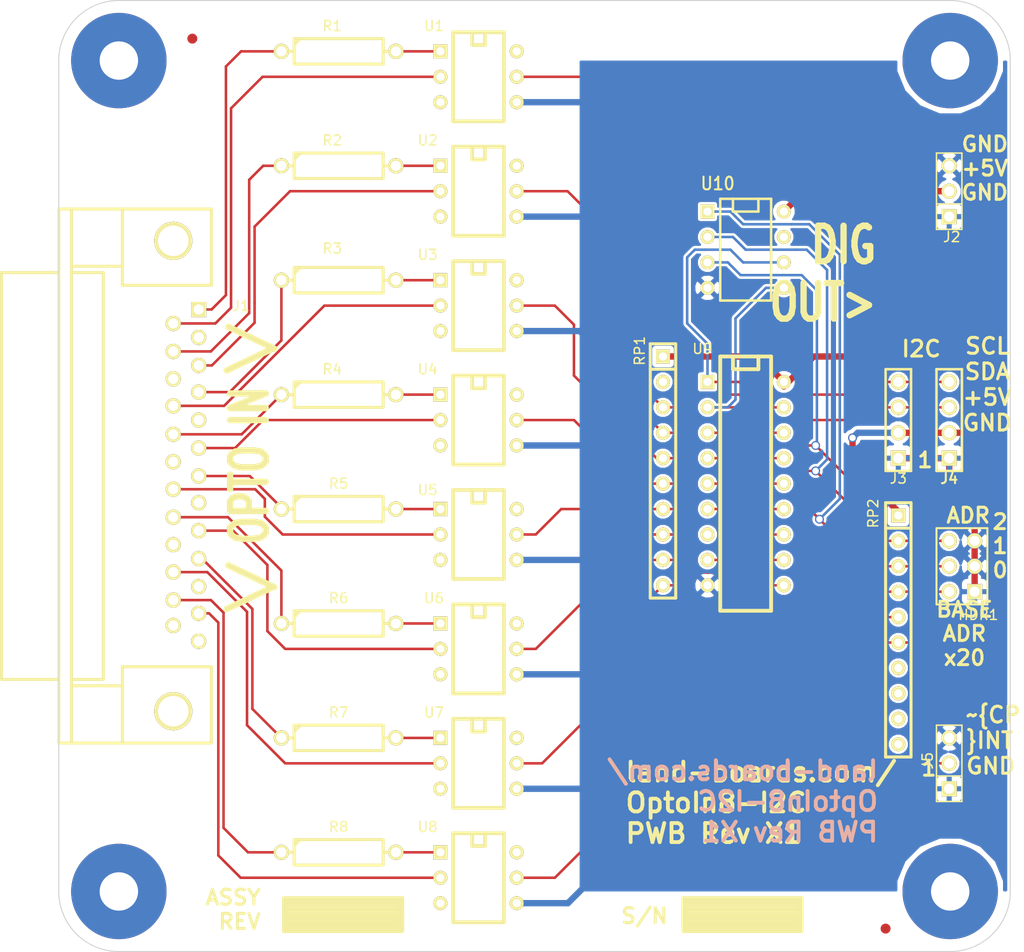
<source format=kicad_pcb>
(kicad_pcb (version 3) (host pcbnew "(2013-05-31 BZR 4019)-stable")

  (general
    (links 82)
    (no_connects 0)
    (area -6.248401 -1.2446 96.560733 98.4504)
    (thickness 1.6)
    (drawings 23)
    (tracks 292)
    (zones 0)
    (modules 34)
    (nets 42)
  )

  (page B)
  (title_block 
    (title OptoIn8-I2C)
    (rev X1)
    (company land-boards.com)
  )

  (layers
    (15 F.Cu signal)
    (0 B.Cu signal)
    (20 B.SilkS user)
    (21 F.SilkS user)
    (22 B.Mask user)
    (23 F.Mask user)
    (24 Dwgs.User user)
    (26 Eco1.User user)
    (28 Edge.Cuts user)
  )

  (setup
    (last_trace_width 0.254)
    (trace_clearance 0.254)
    (zone_clearance 0.254)
    (zone_45_only no)
    (trace_min 0.254)
    (segment_width 0.2)
    (edge_width 0.1)
    (via_size 0.889)
    (via_drill 0.635)
    (via_min_size 0.889)
    (via_min_drill 0.508)
    (uvia_size 0.508)
    (uvia_drill 0.127)
    (uvias_allowed no)
    (uvia_min_size 0.508)
    (uvia_min_drill 0.127)
    (pcb_text_width 0.3)
    (pcb_text_size 1.5 1.5)
    (mod_edge_width 0.15)
    (mod_text_size 1.27 1.27)
    (mod_text_width 0.3175)
    (pad_size 1 1)
    (pad_drill 0)
    (pad_to_mask_clearance 0)
    (aux_axis_origin 0 0)
    (visible_elements 7FFFFFBF)
    (pcbplotparams
      (layerselection 284196865)
      (usegerberextensions true)
      (excludeedgelayer true)
      (linewidth 0.150000)
      (plotframeref false)
      (viasonmask false)
      (mode 1)
      (useauxorigin false)
      (hpglpennumber 1)
      (hpglpenspeed 20)
      (hpglpendiameter 15)
      (hpglpenoverlay 2)
      (psnegative false)
      (psa4output false)
      (plotreference true)
      (plotvalue true)
      (plotothertext true)
      (plotinvisibletext false)
      (padsonsilk false)
      (subtractmaskfromsilk false)
      (outputformat 1)
      (mirror false)
      (drillshape 0)
      (scaleselection 1)
      (outputdirectory plots/))
  )

  (net 0 "")
  (net 1 /A0)
  (net 2 /A1)
  (net 3 /A2)
  (net 4 /CH1-IN+)
  (net 5 /CH1-IN-)
  (net 6 /CH2-IN+)
  (net 7 /CH2-IN-)
  (net 8 /CH3-IN+)
  (net 9 /CH3-IN-)
  (net 10 /CH4-IN+)
  (net 11 /CH4-IN-)
  (net 12 /CH5-IN+)
  (net 13 /CH5-IN-)
  (net 14 /GND)
  (net 15 /GP0)
  (net 16 /GP1)
  (net 17 /GP2)
  (net 18 /GP3)
  (net 19 /GP4)
  (net 20 /GP5)
  (net 21 /GP6)
  (net 22 /GP7)
  (net 23 /INT)
  (net 24 /SCL)
  (net 25 /SDA)
  (net 26 /VCC)
  (net 27 N-0000028)
  (net 28 N-0000037)
  (net 29 N-0000039)
  (net 30 N-0000044)
  (net 31 N-0000048)
  (net 32 N-0000051)
  (net 33 N-0000052)
  (net 34 N-0000053)
  (net 35 N-0000054)
  (net 36 N-0000055)
  (net 37 N-0000056)
  (net 38 N-0000057)
  (net 39 N-0000058)
  (net 40 N-0000059)
  (net 41 N-0000060)

  (net_class Default "This is the default net class."
    (clearance 0.254)
    (trace_width 0.254)
    (via_dia 0.889)
    (via_drill 0.635)
    (uvia_dia 0.508)
    (uvia_drill 0.127)
    (add_net "")
    (add_net /A0)
    (add_net /A1)
    (add_net /A2)
    (add_net /CH1-IN+)
    (add_net /CH1-IN-)
    (add_net /CH2-IN+)
    (add_net /CH2-IN-)
    (add_net /CH3-IN+)
    (add_net /CH3-IN-)
    (add_net /CH4-IN+)
    (add_net /CH4-IN-)
    (add_net /CH5-IN+)
    (add_net /CH5-IN-)
    (add_net /GP0)
    (add_net /GP1)
    (add_net /GP2)
    (add_net /GP3)
    (add_net /GP4)
    (add_net /GP5)
    (add_net /GP6)
    (add_net /GP7)
    (add_net /INT)
    (add_net /SCL)
    (add_net /SDA)
    (add_net N-0000028)
    (add_net N-0000037)
    (add_net N-0000039)
    (add_net N-0000044)
    (add_net N-0000048)
    (add_net N-0000051)
    (add_net N-0000052)
    (add_net N-0000053)
    (add_net N-0000054)
    (add_net N-0000055)
    (add_net N-0000056)
    (add_net N-0000057)
    (add_net N-0000058)
    (add_net N-0000059)
    (add_net N-0000060)
  )

  (net_class W25 ""
    (clearance 0.381)
    (trace_width 0.635)
    (via_dia 0.889)
    (via_drill 0.635)
    (uvia_dia 0.508)
    (uvia_drill 0.127)
    (add_net /GND)
    (add_net /VCC)
  )

  (module R4-5 (layer F.Cu) (tedit 538F3198) (tstamp 537A5134)
    (at 27.94 62.23)
    (path /537A4DE0)
    (fp_text reference R6 (at 0 -2.54) (layer F.SilkS)
      (effects (font (size 1 1) (thickness 0.15)))
    )
    (fp_text value R (at 0 0) (layer F.SilkS) hide
      (effects (font (size 1.524 1.016) (thickness 0.3048)))
    )
    (fp_line (start -4.445 -1.27) (end -4.445 1.27) (layer F.SilkS) (width 0.3048))
    (fp_line (start -4.445 1.27) (end 4.445 1.27) (layer F.SilkS) (width 0.3048))
    (fp_line (start 4.445 1.27) (end 4.445 -1.27) (layer F.SilkS) (width 0.3048))
    (fp_line (start 4.445 -1.27) (end -4.445 -1.27) (layer F.SilkS) (width 0.3048))
    (fp_line (start -4.445 -0.635) (end -3.81 -1.27) (layer F.SilkS) (width 0.3048))
    (fp_line (start -4.445 0) (end -5.715 0) (layer F.SilkS) (width 0.3048))
    (fp_line (start 4.445 0) (end 5.715 0) (layer F.SilkS) (width 0.3048))
    (pad 1 thru_hole circle (at -5.715 0) (size 1.524 1.524) (drill 1.016)
      (layers *.Cu *.Mask F.SilkS)
      (net 28 N-0000037)
    )
    (pad 2 thru_hole circle (at 5.715 0) (size 1.524 1.524) (drill 1.016)
      (layers *.Cu *.Mask F.SilkS)
      (net 41 N-0000060)
    )
    (model discret/resistor.wrl
      (at (xyz 0 0 0))
      (scale (xyz 0.45 0.45 0.45))
      (rotate (xyz 0 0 0))
    )
  )

  (module R4-5 (layer F.Cu) (tedit 538F31A5) (tstamp 537A51A9)
    (at 27.94 85.09)
    (path /537A4DEC)
    (fp_text reference R8 (at 0 -2.54) (layer F.SilkS)
      (effects (font (size 1 1) (thickness 0.15)))
    )
    (fp_text value R (at 0 0) (layer F.SilkS) hide
      (effects (font (size 1.524 1.016) (thickness 0.3048)))
    )
    (fp_line (start -4.445 -1.27) (end -4.445 1.27) (layer F.SilkS) (width 0.3048))
    (fp_line (start -4.445 1.27) (end 4.445 1.27) (layer F.SilkS) (width 0.3048))
    (fp_line (start 4.445 1.27) (end 4.445 -1.27) (layer F.SilkS) (width 0.3048))
    (fp_line (start 4.445 -1.27) (end -4.445 -1.27) (layer F.SilkS) (width 0.3048))
    (fp_line (start -4.445 -0.635) (end -3.81 -1.27) (layer F.SilkS) (width 0.3048))
    (fp_line (start -4.445 0) (end -5.715 0) (layer F.SilkS) (width 0.3048))
    (fp_line (start 4.445 0) (end 5.715 0) (layer F.SilkS) (width 0.3048))
    (pad 1 thru_hole circle (at -5.715 0) (size 1.524 1.524) (drill 1.016)
      (layers *.Cu *.Mask F.SilkS)
      (net 32 N-0000051)
    )
    (pad 2 thru_hole circle (at 5.715 0) (size 1.524 1.524) (drill 1.016)
      (layers *.Cu *.Mask F.SilkS)
      (net 37 N-0000056)
    )
    (model discret/resistor.wrl
      (at (xyz 0 0 0))
      (scale (xyz 0.45 0.45 0.45))
      (rotate (xyz 0 0 0))
    )
  )

  (module R4-5 (layer F.Cu) (tedit 538F319F) (tstamp 537A51B6)
    (at 27.94 73.66)
    (path /537A4DE6)
    (fp_text reference R7 (at 0 -2.54) (layer F.SilkS)
      (effects (font (size 1 1) (thickness 0.15)))
    )
    (fp_text value R (at 0 0) (layer F.SilkS) hide
      (effects (font (size 1.524 1.016) (thickness 0.3048)))
    )
    (fp_line (start -4.445 -1.27) (end -4.445 1.27) (layer F.SilkS) (width 0.3048))
    (fp_line (start -4.445 1.27) (end 4.445 1.27) (layer F.SilkS) (width 0.3048))
    (fp_line (start 4.445 1.27) (end 4.445 -1.27) (layer F.SilkS) (width 0.3048))
    (fp_line (start 4.445 -1.27) (end -4.445 -1.27) (layer F.SilkS) (width 0.3048))
    (fp_line (start -4.445 -0.635) (end -3.81 -1.27) (layer F.SilkS) (width 0.3048))
    (fp_line (start -4.445 0) (end -5.715 0) (layer F.SilkS) (width 0.3048))
    (fp_line (start 4.445 0) (end 5.715 0) (layer F.SilkS) (width 0.3048))
    (pad 1 thru_hole circle (at -5.715 0) (size 1.524 1.524) (drill 1.016)
      (layers *.Cu *.Mask F.SilkS)
      (net 29 N-0000039)
    )
    (pad 2 thru_hole circle (at 5.715 0) (size 1.524 1.524) (drill 1.016)
      (layers *.Cu *.Mask F.SilkS)
      (net 39 N-0000058)
    )
    (model discret/resistor.wrl
      (at (xyz 0 0 0))
      (scale (xyz 0.45 0.45 0.45))
      (rotate (xyz 0 0 0))
    )
  )

  (module R4-5 (layer F.Cu) (tedit 538F3192) (tstamp 537A51C3)
    (at 27.94 50.8)
    (path /537A4DDA)
    (fp_text reference R5 (at 0 -2.54) (layer F.SilkS)
      (effects (font (size 1 1) (thickness 0.15)))
    )
    (fp_text value R (at 0 0) (layer F.SilkS) hide
      (effects (font (size 1.524 1.016) (thickness 0.3048)))
    )
    (fp_line (start -4.445 -1.27) (end -4.445 1.27) (layer F.SilkS) (width 0.3048))
    (fp_line (start -4.445 1.27) (end 4.445 1.27) (layer F.SilkS) (width 0.3048))
    (fp_line (start 4.445 1.27) (end 4.445 -1.27) (layer F.SilkS) (width 0.3048))
    (fp_line (start 4.445 -1.27) (end -4.445 -1.27) (layer F.SilkS) (width 0.3048))
    (fp_line (start -4.445 -0.635) (end -3.81 -1.27) (layer F.SilkS) (width 0.3048))
    (fp_line (start -4.445 0) (end -5.715 0) (layer F.SilkS) (width 0.3048))
    (fp_line (start 4.445 0) (end 5.715 0) (layer F.SilkS) (width 0.3048))
    (pad 1 thru_hole circle (at -5.715 0) (size 1.524 1.524) (drill 1.016)
      (layers *.Cu *.Mask F.SilkS)
      (net 12 /CH5-IN+)
    )
    (pad 2 thru_hole circle (at 5.715 0) (size 1.524 1.524) (drill 1.016)
      (layers *.Cu *.Mask F.SilkS)
      (net 33 N-0000052)
    )
    (model discret/resistor.wrl
      (at (xyz 0 0 0))
      (scale (xyz 0.45 0.45 0.45))
      (rotate (xyz 0 0 0))
    )
  )

  (module R4-5 (layer F.Cu) (tedit 538F318C) (tstamp 537A51D0)
    (at 27.94 39.37)
    (path /537A4DD4)
    (fp_text reference R4 (at -0.635 -2.54) (layer F.SilkS)
      (effects (font (size 1 1) (thickness 0.15)))
    )
    (fp_text value R (at 0 0) (layer F.SilkS) hide
      (effects (font (size 1.524 1.016) (thickness 0.3048)))
    )
    (fp_line (start -4.445 -1.27) (end -4.445 1.27) (layer F.SilkS) (width 0.3048))
    (fp_line (start -4.445 1.27) (end 4.445 1.27) (layer F.SilkS) (width 0.3048))
    (fp_line (start 4.445 1.27) (end 4.445 -1.27) (layer F.SilkS) (width 0.3048))
    (fp_line (start 4.445 -1.27) (end -4.445 -1.27) (layer F.SilkS) (width 0.3048))
    (fp_line (start -4.445 -0.635) (end -3.81 -1.27) (layer F.SilkS) (width 0.3048))
    (fp_line (start -4.445 0) (end -5.715 0) (layer F.SilkS) (width 0.3048))
    (fp_line (start 4.445 0) (end 5.715 0) (layer F.SilkS) (width 0.3048))
    (pad 1 thru_hole circle (at -5.715 0) (size 1.524 1.524) (drill 1.016)
      (layers *.Cu *.Mask F.SilkS)
      (net 10 /CH4-IN+)
    )
    (pad 2 thru_hole circle (at 5.715 0) (size 1.524 1.524) (drill 1.016)
      (layers *.Cu *.Mask F.SilkS)
      (net 35 N-0000054)
    )
    (model discret/resistor.wrl
      (at (xyz 0 0 0))
      (scale (xyz 0.45 0.45 0.45))
      (rotate (xyz 0 0 0))
    )
  )

  (module R4-5 (layer F.Cu) (tedit 538F3185) (tstamp 537A51DD)
    (at 27.94 27.94)
    (path /537A4DCE)
    (fp_text reference R3 (at -0.635 -3.175) (layer F.SilkS)
      (effects (font (size 1 1) (thickness 0.15)))
    )
    (fp_text value R (at 0 0) (layer F.SilkS) hide
      (effects (font (size 1.524 1.016) (thickness 0.3048)))
    )
    (fp_line (start -4.445 -1.27) (end -4.445 1.27) (layer F.SilkS) (width 0.3048))
    (fp_line (start -4.445 1.27) (end 4.445 1.27) (layer F.SilkS) (width 0.3048))
    (fp_line (start 4.445 1.27) (end 4.445 -1.27) (layer F.SilkS) (width 0.3048))
    (fp_line (start 4.445 -1.27) (end -4.445 -1.27) (layer F.SilkS) (width 0.3048))
    (fp_line (start -4.445 -0.635) (end -3.81 -1.27) (layer F.SilkS) (width 0.3048))
    (fp_line (start -4.445 0) (end -5.715 0) (layer F.SilkS) (width 0.3048))
    (fp_line (start 4.445 0) (end 5.715 0) (layer F.SilkS) (width 0.3048))
    (pad 1 thru_hole circle (at -5.715 0) (size 1.524 1.524) (drill 1.016)
      (layers *.Cu *.Mask F.SilkS)
      (net 8 /CH3-IN+)
    )
    (pad 2 thru_hole circle (at 5.715 0) (size 1.524 1.524) (drill 1.016)
      (layers *.Cu *.Mask F.SilkS)
      (net 36 N-0000055)
    )
    (model discret/resistor.wrl
      (at (xyz 0 0 0))
      (scale (xyz 0.45 0.45 0.45))
      (rotate (xyz 0 0 0))
    )
  )

  (module R4-5 (layer F.Cu) (tedit 538F317F) (tstamp 537A51EA)
    (at 27.94 16.51)
    (path /537A4DC8)
    (fp_text reference R2 (at -0.635 -2.54) (layer F.SilkS)
      (effects (font (size 1 1) (thickness 0.15)))
    )
    (fp_text value R (at 0 0) (layer F.SilkS) hide
      (effects (font (size 1.524 1.016) (thickness 0.3048)))
    )
    (fp_line (start -4.445 -1.27) (end -4.445 1.27) (layer F.SilkS) (width 0.3048))
    (fp_line (start -4.445 1.27) (end 4.445 1.27) (layer F.SilkS) (width 0.3048))
    (fp_line (start 4.445 1.27) (end 4.445 -1.27) (layer F.SilkS) (width 0.3048))
    (fp_line (start 4.445 -1.27) (end -4.445 -1.27) (layer F.SilkS) (width 0.3048))
    (fp_line (start -4.445 -0.635) (end -3.81 -1.27) (layer F.SilkS) (width 0.3048))
    (fp_line (start -4.445 0) (end -5.715 0) (layer F.SilkS) (width 0.3048))
    (fp_line (start 4.445 0) (end 5.715 0) (layer F.SilkS) (width 0.3048))
    (pad 1 thru_hole circle (at -5.715 0) (size 1.524 1.524) (drill 1.016)
      (layers *.Cu *.Mask F.SilkS)
      (net 6 /CH2-IN+)
    )
    (pad 2 thru_hole circle (at 5.715 0) (size 1.524 1.524) (drill 1.016)
      (layers *.Cu *.Mask F.SilkS)
      (net 31 N-0000048)
    )
    (model discret/resistor.wrl
      (at (xyz 0 0 0))
      (scale (xyz 0.45 0.45 0.45))
      (rotate (xyz 0 0 0))
    )
  )

  (module R4-5 (layer F.Cu) (tedit 538F3178) (tstamp 537A51F7)
    (at 27.94 5.08)
    (path /537A4DBB)
    (fp_text reference R1 (at -0.635 -2.54) (layer F.SilkS)
      (effects (font (size 1 1) (thickness 0.15)))
    )
    (fp_text value R (at 0 0) (layer F.SilkS) hide
      (effects (font (size 1.524 1.016) (thickness 0.3048)))
    )
    (fp_line (start -4.445 -1.27) (end -4.445 1.27) (layer F.SilkS) (width 0.3048))
    (fp_line (start -4.445 1.27) (end 4.445 1.27) (layer F.SilkS) (width 0.3048))
    (fp_line (start 4.445 1.27) (end 4.445 -1.27) (layer F.SilkS) (width 0.3048))
    (fp_line (start 4.445 -1.27) (end -4.445 -1.27) (layer F.SilkS) (width 0.3048))
    (fp_line (start -4.445 -0.635) (end -3.81 -1.27) (layer F.SilkS) (width 0.3048))
    (fp_line (start -4.445 0) (end -5.715 0) (layer F.SilkS) (width 0.3048))
    (fp_line (start 4.445 0) (end 5.715 0) (layer F.SilkS) (width 0.3048))
    (pad 1 thru_hole circle (at -5.715 0) (size 1.524 1.524) (drill 1.016)
      (layers *.Cu *.Mask F.SilkS)
      (net 4 /CH1-IN+)
    )
    (pad 2 thru_hole circle (at 5.715 0) (size 1.524 1.524) (drill 1.016)
      (layers *.Cu *.Mask F.SilkS)
      (net 30 N-0000044)
    )
    (model discret/resistor.wrl
      (at (xyz 0 0 0))
      (scale (xyz 0.45 0.45 0.45))
      (rotate (xyz 0 0 0))
    )
  )

  (module DIP-6__300 (layer F.Cu) (tedit 537B7BA7) (tstamp 537A5208)
    (at 41.91 7.62 270)
    (descr "6 pins DIL package, round pads")
    (tags DIL)
    (path /537A4D39)
    (fp_text reference U1 (at -5.08 4.445 360) (layer F.SilkS)
      (effects (font (size 1 1) (thickness 0.15)))
    )
    (fp_text value 4N26 (at 0 0 270) (layer F.SilkS) hide
      (effects (font (size 1.524 0.889) (thickness 0.2032)))
    )
    (fp_line (start -4.445 -2.54) (end 4.445 -2.54) (layer F.SilkS) (width 0.381))
    (fp_line (start 4.445 -2.54) (end 4.445 2.54) (layer F.SilkS) (width 0.381))
    (fp_line (start 4.445 2.54) (end -4.445 2.54) (layer F.SilkS) (width 0.381))
    (fp_line (start -4.445 2.54) (end -4.445 -2.54) (layer F.SilkS) (width 0.381))
    (fp_line (start -4.445 -0.635) (end -3.175 -0.635) (layer F.SilkS) (width 0.381))
    (fp_line (start -3.175 -0.635) (end -3.175 0.635) (layer F.SilkS) (width 0.381))
    (fp_line (start -3.175 0.635) (end -4.445 0.635) (layer F.SilkS) (width 0.381))
    (pad 1 thru_hole rect (at -2.54 3.81 270) (size 1.397 1.397) (drill 0.8128)
      (layers *.Cu *.Mask F.SilkS)
      (net 30 N-0000044)
    )
    (pad 2 thru_hole circle (at 0 3.81 270) (size 1.397 1.397) (drill 0.8128)
      (layers *.Cu *.Mask F.SilkS)
      (net 5 /CH1-IN-)
    )
    (pad 3 thru_hole circle (at 2.54 3.81 270) (size 1.397 1.397) (drill 0.8128)
      (layers *.Cu *.Mask F.SilkS)
    )
    (pad 4 thru_hole circle (at 2.54 -3.81 270) (size 1.397 1.397) (drill 0.8128)
      (layers *.Cu *.Mask F.SilkS)
      (net 14 /GND)
    )
    (pad 5 thru_hole circle (at 0 -3.81 270) (size 1.397 1.397) (drill 0.8128)
      (layers *.Cu *.Mask F.SilkS)
      (net 22 /GP7)
    )
    (pad 6 thru_hole circle (at -2.54 -3.81 270) (size 1.397 1.397) (drill 0.8128)
      (layers *.Cu *.Mask F.SilkS)
    )
    (model dil/dil_6.wrl
      (at (xyz 0 0 0))
      (scale (xyz 1 1 1))
      (rotate (xyz 0 0 0))
    )
  )

  (module DIP-6__300 (layer F.Cu) (tedit 537B7BD3) (tstamp 537A5219)
    (at 41.91 87.63 270)
    (descr "6 pins DIL package, round pads")
    (tags DIL)
    (path /537A4DAC)
    (fp_text reference U8 (at -5.08 5.08 360) (layer F.SilkS)
      (effects (font (size 1 1) (thickness 0.15)))
    )
    (fp_text value 4N26 (at 0 0 270) (layer F.SilkS) hide
      (effects (font (size 1.524 0.889) (thickness 0.2032)))
    )
    (fp_line (start -4.445 -2.54) (end 4.445 -2.54) (layer F.SilkS) (width 0.381))
    (fp_line (start 4.445 -2.54) (end 4.445 2.54) (layer F.SilkS) (width 0.381))
    (fp_line (start 4.445 2.54) (end -4.445 2.54) (layer F.SilkS) (width 0.381))
    (fp_line (start -4.445 2.54) (end -4.445 -2.54) (layer F.SilkS) (width 0.381))
    (fp_line (start -4.445 -0.635) (end -3.175 -0.635) (layer F.SilkS) (width 0.381))
    (fp_line (start -3.175 -0.635) (end -3.175 0.635) (layer F.SilkS) (width 0.381))
    (fp_line (start -3.175 0.635) (end -4.445 0.635) (layer F.SilkS) (width 0.381))
    (pad 1 thru_hole rect (at -2.54 3.81 270) (size 1.397 1.397) (drill 0.8128)
      (layers *.Cu *.Mask F.SilkS)
      (net 37 N-0000056)
    )
    (pad 2 thru_hole circle (at 0 3.81 270) (size 1.397 1.397) (drill 0.8128)
      (layers *.Cu *.Mask F.SilkS)
      (net 34 N-0000053)
    )
    (pad 3 thru_hole circle (at 2.54 3.81 270) (size 1.397 1.397) (drill 0.8128)
      (layers *.Cu *.Mask F.SilkS)
    )
    (pad 4 thru_hole circle (at 2.54 -3.81 270) (size 1.397 1.397) (drill 0.8128)
      (layers *.Cu *.Mask F.SilkS)
      (net 14 /GND)
    )
    (pad 5 thru_hole circle (at 0 -3.81 270) (size 1.397 1.397) (drill 0.8128)
      (layers *.Cu *.Mask F.SilkS)
      (net 15 /GP0)
    )
    (pad 6 thru_hole circle (at -2.54 -3.81 270) (size 1.397 1.397) (drill 0.8128)
      (layers *.Cu *.Mask F.SilkS)
    )
    (model dil/dil_6.wrl
      (at (xyz 0 0 0))
      (scale (xyz 1 1 1))
      (rotate (xyz 0 0 0))
    )
  )

  (module DIP-6__300 (layer F.Cu) (tedit 537B7BCD) (tstamp 537A522A)
    (at 41.91 76.2 270)
    (descr "6 pins DIL package, round pads")
    (tags DIL)
    (path /537A4D9D)
    (fp_text reference U7 (at -5.08 4.445 360) (layer F.SilkS)
      (effects (font (size 1 1) (thickness 0.15)))
    )
    (fp_text value 4N26 (at 0 0 270) (layer F.SilkS) hide
      (effects (font (size 1.524 0.889) (thickness 0.2032)))
    )
    (fp_line (start -4.445 -2.54) (end 4.445 -2.54) (layer F.SilkS) (width 0.381))
    (fp_line (start 4.445 -2.54) (end 4.445 2.54) (layer F.SilkS) (width 0.381))
    (fp_line (start 4.445 2.54) (end -4.445 2.54) (layer F.SilkS) (width 0.381))
    (fp_line (start -4.445 2.54) (end -4.445 -2.54) (layer F.SilkS) (width 0.381))
    (fp_line (start -4.445 -0.635) (end -3.175 -0.635) (layer F.SilkS) (width 0.381))
    (fp_line (start -3.175 -0.635) (end -3.175 0.635) (layer F.SilkS) (width 0.381))
    (fp_line (start -3.175 0.635) (end -4.445 0.635) (layer F.SilkS) (width 0.381))
    (pad 1 thru_hole rect (at -2.54 3.81 270) (size 1.397 1.397) (drill 0.8128)
      (layers *.Cu *.Mask F.SilkS)
      (net 39 N-0000058)
    )
    (pad 2 thru_hole circle (at 0 3.81 270) (size 1.397 1.397) (drill 0.8128)
      (layers *.Cu *.Mask F.SilkS)
      (net 38 N-0000057)
    )
    (pad 3 thru_hole circle (at 2.54 3.81 270) (size 1.397 1.397) (drill 0.8128)
      (layers *.Cu *.Mask F.SilkS)
    )
    (pad 4 thru_hole circle (at 2.54 -3.81 270) (size 1.397 1.397) (drill 0.8128)
      (layers *.Cu *.Mask F.SilkS)
      (net 14 /GND)
    )
    (pad 5 thru_hole circle (at 0 -3.81 270) (size 1.397 1.397) (drill 0.8128)
      (layers *.Cu *.Mask F.SilkS)
      (net 16 /GP1)
    )
    (pad 6 thru_hole circle (at -2.54 -3.81 270) (size 1.397 1.397) (drill 0.8128)
      (layers *.Cu *.Mask F.SilkS)
    )
    (model dil/dil_6.wrl
      (at (xyz 0 0 0))
      (scale (xyz 1 1 1))
      (rotate (xyz 0 0 0))
    )
  )

  (module DIP-6__300 (layer F.Cu) (tedit 537B7BC7) (tstamp 537A523B)
    (at 41.91 64.77 270)
    (descr "6 pins DIL package, round pads")
    (tags DIL)
    (path /537A4D8E)
    (fp_text reference U6 (at -5.08 4.445 360) (layer F.SilkS)
      (effects (font (size 1 1) (thickness 0.15)))
    )
    (fp_text value 4N26 (at 0 0 270) (layer F.SilkS) hide
      (effects (font (size 1.524 0.889) (thickness 0.2032)))
    )
    (fp_line (start -4.445 -2.54) (end 4.445 -2.54) (layer F.SilkS) (width 0.381))
    (fp_line (start 4.445 -2.54) (end 4.445 2.54) (layer F.SilkS) (width 0.381))
    (fp_line (start 4.445 2.54) (end -4.445 2.54) (layer F.SilkS) (width 0.381))
    (fp_line (start -4.445 2.54) (end -4.445 -2.54) (layer F.SilkS) (width 0.381))
    (fp_line (start -4.445 -0.635) (end -3.175 -0.635) (layer F.SilkS) (width 0.381))
    (fp_line (start -3.175 -0.635) (end -3.175 0.635) (layer F.SilkS) (width 0.381))
    (fp_line (start -3.175 0.635) (end -4.445 0.635) (layer F.SilkS) (width 0.381))
    (pad 1 thru_hole rect (at -2.54 3.81 270) (size 1.397 1.397) (drill 0.8128)
      (layers *.Cu *.Mask F.SilkS)
      (net 41 N-0000060)
    )
    (pad 2 thru_hole circle (at 0 3.81 270) (size 1.397 1.397) (drill 0.8128)
      (layers *.Cu *.Mask F.SilkS)
      (net 40 N-0000059)
    )
    (pad 3 thru_hole circle (at 2.54 3.81 270) (size 1.397 1.397) (drill 0.8128)
      (layers *.Cu *.Mask F.SilkS)
    )
    (pad 4 thru_hole circle (at 2.54 -3.81 270) (size 1.397 1.397) (drill 0.8128)
      (layers *.Cu *.Mask F.SilkS)
      (net 14 /GND)
    )
    (pad 5 thru_hole circle (at 0 -3.81 270) (size 1.397 1.397) (drill 0.8128)
      (layers *.Cu *.Mask F.SilkS)
      (net 17 /GP2)
    )
    (pad 6 thru_hole circle (at -2.54 -3.81 270) (size 1.397 1.397) (drill 0.8128)
      (layers *.Cu *.Mask F.SilkS)
    )
    (model dil/dil_6.wrl
      (at (xyz 0 0 0))
      (scale (xyz 1 1 1))
      (rotate (xyz 0 0 0))
    )
  )

  (module DIP-6__300 (layer F.Cu) (tedit 537B7BC1) (tstamp 537A524C)
    (at 41.91 53.34 270)
    (descr "6 pins DIL package, round pads")
    (tags DIL)
    (path /537A4D75)
    (fp_text reference U5 (at -4.445 5.08 360) (layer F.SilkS)
      (effects (font (size 1 1) (thickness 0.15)))
    )
    (fp_text value 4N26 (at 0 0 270) (layer F.SilkS) hide
      (effects (font (size 1.524 0.889) (thickness 0.2032)))
    )
    (fp_line (start -4.445 -2.54) (end 4.445 -2.54) (layer F.SilkS) (width 0.381))
    (fp_line (start 4.445 -2.54) (end 4.445 2.54) (layer F.SilkS) (width 0.381))
    (fp_line (start 4.445 2.54) (end -4.445 2.54) (layer F.SilkS) (width 0.381))
    (fp_line (start -4.445 2.54) (end -4.445 -2.54) (layer F.SilkS) (width 0.381))
    (fp_line (start -4.445 -0.635) (end -3.175 -0.635) (layer F.SilkS) (width 0.381))
    (fp_line (start -3.175 -0.635) (end -3.175 0.635) (layer F.SilkS) (width 0.381))
    (fp_line (start -3.175 0.635) (end -4.445 0.635) (layer F.SilkS) (width 0.381))
    (pad 1 thru_hole rect (at -2.54 3.81 270) (size 1.397 1.397) (drill 0.8128)
      (layers *.Cu *.Mask F.SilkS)
      (net 33 N-0000052)
    )
    (pad 2 thru_hole circle (at 0 3.81 270) (size 1.397 1.397) (drill 0.8128)
      (layers *.Cu *.Mask F.SilkS)
      (net 13 /CH5-IN-)
    )
    (pad 3 thru_hole circle (at 2.54 3.81 270) (size 1.397 1.397) (drill 0.8128)
      (layers *.Cu *.Mask F.SilkS)
    )
    (pad 4 thru_hole circle (at 2.54 -3.81 270) (size 1.397 1.397) (drill 0.8128)
      (layers *.Cu *.Mask F.SilkS)
      (net 14 /GND)
    )
    (pad 5 thru_hole circle (at 0 -3.81 270) (size 1.397 1.397) (drill 0.8128)
      (layers *.Cu *.Mask F.SilkS)
      (net 18 /GP3)
    )
    (pad 6 thru_hole circle (at -2.54 -3.81 270) (size 1.397 1.397) (drill 0.8128)
      (layers *.Cu *.Mask F.SilkS)
    )
    (model dil/dil_6.wrl
      (at (xyz 0 0 0))
      (scale (xyz 1 1 1))
      (rotate (xyz 0 0 0))
    )
  )

  (module DIP-6__300 (layer F.Cu) (tedit 537B7BBB) (tstamp 537A525D)
    (at 41.91 41.91 270)
    (descr "6 pins DIL package, round pads")
    (tags DIL)
    (path /537A4D66)
    (fp_text reference U4 (at -5.08 5.08 360) (layer F.SilkS)
      (effects (font (size 1 1) (thickness 0.15)))
    )
    (fp_text value 4N26 (at 0 0 270) (layer F.SilkS) hide
      (effects (font (size 1.524 0.889) (thickness 0.2032)))
    )
    (fp_line (start -4.445 -2.54) (end 4.445 -2.54) (layer F.SilkS) (width 0.381))
    (fp_line (start 4.445 -2.54) (end 4.445 2.54) (layer F.SilkS) (width 0.381))
    (fp_line (start 4.445 2.54) (end -4.445 2.54) (layer F.SilkS) (width 0.381))
    (fp_line (start -4.445 2.54) (end -4.445 -2.54) (layer F.SilkS) (width 0.381))
    (fp_line (start -4.445 -0.635) (end -3.175 -0.635) (layer F.SilkS) (width 0.381))
    (fp_line (start -3.175 -0.635) (end -3.175 0.635) (layer F.SilkS) (width 0.381))
    (fp_line (start -3.175 0.635) (end -4.445 0.635) (layer F.SilkS) (width 0.381))
    (pad 1 thru_hole rect (at -2.54 3.81 270) (size 1.397 1.397) (drill 0.8128)
      (layers *.Cu *.Mask F.SilkS)
      (net 35 N-0000054)
    )
    (pad 2 thru_hole circle (at 0 3.81 270) (size 1.397 1.397) (drill 0.8128)
      (layers *.Cu *.Mask F.SilkS)
      (net 11 /CH4-IN-)
    )
    (pad 3 thru_hole circle (at 2.54 3.81 270) (size 1.397 1.397) (drill 0.8128)
      (layers *.Cu *.Mask F.SilkS)
    )
    (pad 4 thru_hole circle (at 2.54 -3.81 270) (size 1.397 1.397) (drill 0.8128)
      (layers *.Cu *.Mask F.SilkS)
      (net 14 /GND)
    )
    (pad 5 thru_hole circle (at 0 -3.81 270) (size 1.397 1.397) (drill 0.8128)
      (layers *.Cu *.Mask F.SilkS)
      (net 19 /GP4)
    )
    (pad 6 thru_hole circle (at -2.54 -3.81 270) (size 1.397 1.397) (drill 0.8128)
      (layers *.Cu *.Mask F.SilkS)
    )
    (model dil/dil_6.wrl
      (at (xyz 0 0 0))
      (scale (xyz 1 1 1))
      (rotate (xyz 0 0 0))
    )
  )

  (module DIP-6__300 (layer F.Cu) (tedit 537B7BB3) (tstamp 537A526E)
    (at 41.91 30.48 270)
    (descr "6 pins DIL package, round pads")
    (tags DIL)
    (path /537A4D57)
    (fp_text reference U3 (at -5.08 5.08 360) (layer F.SilkS)
      (effects (font (size 1 1) (thickness 0.15)))
    )
    (fp_text value 4N26 (at -0.41 0.16 270) (layer F.SilkS) hide
      (effects (font (size 1.524 0.889) (thickness 0.2032)))
    )
    (fp_line (start -4.445 -2.54) (end 4.445 -2.54) (layer F.SilkS) (width 0.381))
    (fp_line (start 4.445 -2.54) (end 4.445 2.54) (layer F.SilkS) (width 0.381))
    (fp_line (start 4.445 2.54) (end -4.445 2.54) (layer F.SilkS) (width 0.381))
    (fp_line (start -4.445 2.54) (end -4.445 -2.54) (layer F.SilkS) (width 0.381))
    (fp_line (start -4.445 -0.635) (end -3.175 -0.635) (layer F.SilkS) (width 0.381))
    (fp_line (start -3.175 -0.635) (end -3.175 0.635) (layer F.SilkS) (width 0.381))
    (fp_line (start -3.175 0.635) (end -4.445 0.635) (layer F.SilkS) (width 0.381))
    (pad 1 thru_hole rect (at -2.54 3.81 270) (size 1.397 1.397) (drill 0.8128)
      (layers *.Cu *.Mask F.SilkS)
      (net 36 N-0000055)
    )
    (pad 2 thru_hole circle (at 0 3.81 270) (size 1.397 1.397) (drill 0.8128)
      (layers *.Cu *.Mask F.SilkS)
      (net 9 /CH3-IN-)
    )
    (pad 3 thru_hole circle (at 2.54 3.81 270) (size 1.397 1.397) (drill 0.8128)
      (layers *.Cu *.Mask F.SilkS)
    )
    (pad 4 thru_hole circle (at 2.54 -3.81 270) (size 1.397 1.397) (drill 0.8128)
      (layers *.Cu *.Mask F.SilkS)
      (net 14 /GND)
    )
    (pad 5 thru_hole circle (at 0 -3.81 270) (size 1.397 1.397) (drill 0.8128)
      (layers *.Cu *.Mask F.SilkS)
      (net 20 /GP5)
    )
    (pad 6 thru_hole circle (at -2.54 -3.81 270) (size 1.397 1.397) (drill 0.8128)
      (layers *.Cu *.Mask F.SilkS)
    )
    (model dil/dil_6.wrl
      (at (xyz 0 0 0))
      (scale (xyz 1 1 1))
      (rotate (xyz 0 0 0))
    )
  )

  (module DIP-6__300 (layer F.Cu) (tedit 537B7BAD) (tstamp 537A527F)
    (at 41.91 19.05 270)
    (descr "6 pins DIL package, round pads")
    (tags DIL)
    (path /537A4D48)
    (fp_text reference U2 (at -5.08 5.08 360) (layer F.SilkS)
      (effects (font (size 1 1) (thickness 0.15)))
    )
    (fp_text value 4N26 (at 0 0 270) (layer F.SilkS) hide
      (effects (font (size 1.524 0.889) (thickness 0.2032)))
    )
    (fp_line (start -4.445 -2.54) (end 4.445 -2.54) (layer F.SilkS) (width 0.381))
    (fp_line (start 4.445 -2.54) (end 4.445 2.54) (layer F.SilkS) (width 0.381))
    (fp_line (start 4.445 2.54) (end -4.445 2.54) (layer F.SilkS) (width 0.381))
    (fp_line (start -4.445 2.54) (end -4.445 -2.54) (layer F.SilkS) (width 0.381))
    (fp_line (start -4.445 -0.635) (end -3.175 -0.635) (layer F.SilkS) (width 0.381))
    (fp_line (start -3.175 -0.635) (end -3.175 0.635) (layer F.SilkS) (width 0.381))
    (fp_line (start -3.175 0.635) (end -4.445 0.635) (layer F.SilkS) (width 0.381))
    (pad 1 thru_hole rect (at -2.54 3.81 270) (size 1.397 1.397) (drill 0.8128)
      (layers *.Cu *.Mask F.SilkS)
      (net 31 N-0000048)
    )
    (pad 2 thru_hole circle (at 0 3.81 270) (size 1.397 1.397) (drill 0.8128)
      (layers *.Cu *.Mask F.SilkS)
      (net 7 /CH2-IN-)
    )
    (pad 3 thru_hole circle (at 2.54 3.81 270) (size 1.397 1.397) (drill 0.8128)
      (layers *.Cu *.Mask F.SilkS)
    )
    (pad 4 thru_hole circle (at 2.54 -3.81 270) (size 1.397 1.397) (drill 0.8128)
      (layers *.Cu *.Mask F.SilkS)
      (net 14 /GND)
    )
    (pad 5 thru_hole circle (at 0 -3.81 270) (size 1.397 1.397) (drill 0.8128)
      (layers *.Cu *.Mask F.SilkS)
      (net 21 /GP6)
    )
    (pad 6 thru_hole circle (at -2.54 -3.81 270) (size 1.397 1.397) (drill 0.8128)
      (layers *.Cu *.Mask F.SilkS)
    )
    (model dil/dil_6.wrl
      (at (xyz 0 0 0))
      (scale (xyz 1 1 1))
      (rotate (xyz 0 0 0))
    )
  )

  (module DB25MC   locked (layer F.Cu) (tedit 538F2F81) (tstamp 537A5292)
    (at 12.7 47.5 90)
    (descr "Connecteur DB25 MALE couche")
    (tags "CONN DB25")
    (path /537A4DF5)
    (fp_text reference J1 (at 17 5.5 180) (layer F.SilkS)
      (effects (font (size 1 1) (thickness 0.15)))
    )
    (fp_text value DB25 (at 0 -6.35 90) (layer F.SilkS) hide
      (effects (font (size 1.524 1.524) (thickness 0.3048)))
    )
    (fp_line (start 26.67 -11.43) (end 26.67 2.54) (layer F.SilkS) (width 0.3048))
    (fp_line (start 19.05 -6.35) (end 19.05 2.54) (layer F.SilkS) (width 0.3048))
    (fp_line (start 20.955 -11.43) (end 20.955 -6.35) (layer F.SilkS) (width 0.3048))
    (fp_line (start -20.955 -11.43) (end -20.955 -6.35) (layer F.SilkS) (width 0.3048))
    (fp_line (start -19.05 -6.35) (end -19.05 2.54) (layer F.SilkS) (width 0.3048))
    (fp_line (start -26.67 2.54) (end -26.67 -11.43) (layer F.SilkS) (width 0.3048))
    (fp_line (start 26.67 -6.35) (end 19.05 -6.35) (layer F.SilkS) (width 0.3048))
    (fp_line (start -26.67 -6.35) (end -19.05 -6.35) (layer F.SilkS) (width 0.3048))
    (fp_line (start 20.32 -8.255) (end 20.32 -11.43) (layer F.SilkS) (width 0.3048))
    (fp_line (start -20.32 -8.255) (end -20.32 -11.43) (layer F.SilkS) (width 0.3048))
    (fp_line (start 20.32 -18.415) (end 20.32 -12.7) (layer F.SilkS) (width 0.3048))
    (fp_line (start -20.32 -18.415) (end -20.32 -12.7) (layer F.SilkS) (width 0.3048))
    (fp_line (start 26.67 -11.43) (end 26.67 -12.7) (layer F.SilkS) (width 0.3048))
    (fp_line (start 26.67 -12.7) (end -26.67 -12.7) (layer F.SilkS) (width 0.3048))
    (fp_line (start -26.67 -12.7) (end -26.67 -11.43) (layer F.SilkS) (width 0.3048))
    (fp_line (start -26.67 -11.43) (end 26.67 -11.43) (layer F.SilkS) (width 0.3048))
    (fp_line (start 19.05 2.54) (end 26.67 2.54) (layer F.SilkS) (width 0.3048))
    (fp_line (start -20.32 -8.255) (end 20.32 -8.255) (layer F.SilkS) (width 0.3048))
    (fp_line (start -20.32 -18.415) (end 20.32 -18.415) (layer F.SilkS) (width 0.3048))
    (fp_line (start -26.67 2.54) (end -19.05 2.54) (layer F.SilkS) (width 0.3048))
    (pad "" thru_hole circle (at 23.495 -1.27 90) (size 3.81 3.81) (drill 3.048)
      (layers *.Cu *.Mask F.SilkS)
    )
    (pad "" thru_hole circle (at -23.495 -1.27 90) (size 3.81 3.81) (drill 3.048)
      (layers *.Cu *.Mask F.SilkS)
    )
    (pad 13 thru_hole circle (at -16.51 1.27 90) (size 1.524 1.524) (drill 1.016)
      (layers *.Cu *.Mask F.SilkS)
    )
    (pad 12 thru_hole circle (at -13.716 1.27 90) (size 1.524 1.524) (drill 1.016)
      (layers *.Cu *.Mask F.SilkS)
      (net 34 N-0000053)
    )
    (pad 11 thru_hole circle (at -11.049 1.27 90) (size 1.524 1.524) (drill 1.016)
      (layers *.Cu *.Mask F.SilkS)
    )
    (pad 10 thru_hole circle (at -8.255 1.27 90) (size 1.524 1.524) (drill 1.016)
      (layers *.Cu *.Mask F.SilkS)
      (net 29 N-0000039)
    )
    (pad 9 thru_hole circle (at -5.461 1.27 90) (size 1.524 1.524) (drill 1.016)
      (layers *.Cu *.Mask F.SilkS)
      (net 40 N-0000059)
    )
    (pad 8 thru_hole circle (at -2.667 1.27 90) (size 1.524 1.524) (drill 1.016)
      (layers *.Cu *.Mask F.SilkS)
    )
    (pad 7 thru_hole circle (at 0 1.27 90) (size 1.524 1.524) (drill 1.016)
      (layers *.Cu *.Mask F.SilkS)
      (net 12 /CH5-IN+)
    )
    (pad 6 thru_hole circle (at 2.794 1.27 90) (size 1.524 1.524) (drill 1.016)
      (layers *.Cu *.Mask F.SilkS)
      (net 11 /CH4-IN-)
    )
    (pad 5 thru_hole circle (at 5.588 1.27 90) (size 1.524 1.524) (drill 1.016)
      (layers *.Cu *.Mask F.SilkS)
    )
    (pad 4 thru_hole circle (at 8.382 1.27 90) (size 1.524 1.524) (drill 1.016)
      (layers *.Cu *.Mask F.SilkS)
      (net 8 /CH3-IN+)
    )
    (pad 3 thru_hole circle (at 11.049 1.27 90) (size 1.524 1.524) (drill 1.016)
      (layers *.Cu *.Mask F.SilkS)
      (net 7 /CH2-IN-)
    )
    (pad 2 thru_hole circle (at 13.843 1.27 90) (size 1.524 1.524) (drill 1.016)
      (layers *.Cu *.Mask F.SilkS)
    )
    (pad 1 thru_hole rect (at 16.637 1.27 90) (size 1.524 1.524) (drill 1.016)
      (layers *.Cu *.Mask F.SilkS)
      (net 4 /CH1-IN+)
    )
    (pad 25 thru_hole circle (at -14.9352 -1.27 90) (size 1.524 1.524) (drill 1.016)
      (layers *.Cu *.Mask F.SilkS)
    )
    (pad 24 thru_hole circle (at -12.3952 -1.27 90) (size 1.524 1.524) (drill 1.016)
      (layers *.Cu *.Mask F.SilkS)
      (net 32 N-0000051)
    )
    (pad 23 thru_hole circle (at -9.6012 -1.27 90) (size 1.524 1.524) (drill 1.016)
      (layers *.Cu *.Mask F.SilkS)
      (net 38 N-0000057)
    )
    (pad 22 thru_hole circle (at -6.858 -1.27 90) (size 1.524 1.524) (drill 1.016)
      (layers *.Cu *.Mask F.SilkS)
    )
    (pad 21 thru_hole circle (at -4.1148 -1.27 90) (size 1.524 1.524) (drill 1.016)
      (layers *.Cu *.Mask F.SilkS)
      (net 28 N-0000037)
    )
    (pad 20 thru_hole circle (at -1.3208 -1.27 90) (size 1.524 1.524) (drill 1.016)
      (layers *.Cu *.Mask F.SilkS)
      (net 13 /CH5-IN-)
    )
    (pad 19 thru_hole circle (at 1.4224 -1.27 90) (size 1.524 1.524) (drill 1.016)
      (layers *.Cu *.Mask F.SilkS)
    )
    (pad 18 thru_hole circle (at 4.1656 -1.27 90) (size 1.524 1.524) (drill 1.016)
      (layers *.Cu *.Mask F.SilkS)
      (net 10 /CH4-IN+)
    )
    (pad 17 thru_hole circle (at 7.0104 -1.27 90) (size 1.524 1.524) (drill 1.016)
      (layers *.Cu *.Mask F.SilkS)
      (net 9 /CH3-IN-)
    )
    (pad 16 thru_hole circle (at 9.7028 -1.27 90) (size 1.524 1.524) (drill 1.016)
      (layers *.Cu *.Mask F.SilkS)
    )
    (pad 15 thru_hole circle (at 12.446 -1.27 90) (size 1.524 1.524) (drill 1.016)
      (layers *.Cu *.Mask F.SilkS)
      (net 6 /CH2-IN+)
    )
    (pad 14 thru_hole circle (at 15.24 -1.27 90) (size 1.524 1.524) (drill 1.016)
      (layers *.Cu *.Mask F.SilkS)
      (net 5 /CH1-IN-)
    )
    (model conn_DBxx/db25_male_pin90deg.wrl
      (at (xyz 0 0 0))
      (scale (xyz 1 1 1))
      (rotate (xyz 0 0 0))
    )
  )

  (module REV_BLOCK (layer F.Cu) (tedit 50F8397A) (tstamp 537A612F)
    (at 27.94 91.44)
    (path /537A64A5)
    (fp_text reference ST1 (at 0.508 3.429) (layer F.SilkS) hide
      (effects (font (size 1 1) (thickness 0.15)))
    )
    (fp_text value CONN_1 (at 1.143 5.715) (layer F.SilkS) hide
      (effects (font (size 1.524 1.524) (thickness 0.3048)))
    )
    (fp_line (start -5.334 -1.27) (end 6.096 -1.27) (layer F.SilkS) (width 0.635))
    (fp_line (start 6.096 -1.27) (end 6.096 -0.635) (layer F.SilkS) (width 0.635))
    (fp_line (start 6.096 -0.635) (end -5.334 -0.635) (layer F.SilkS) (width 0.635))
    (fp_line (start -5.334 -0.635) (end -5.334 0) (layer F.SilkS) (width 0.635))
    (fp_line (start -5.334 0) (end 6.223 0) (layer F.SilkS) (width 0.635))
    (fp_line (start 6.223 0) (end 6.223 0.635) (layer F.SilkS) (width 0.635))
    (fp_line (start 6.223 0.635) (end -5.334 0.635) (layer F.SilkS) (width 0.635))
    (fp_line (start -5.334 0.635) (end -5.334 1.143) (layer F.SilkS) (width 0.635))
    (fp_line (start -5.334 1.143) (end 6.096 1.143) (layer F.SilkS) (width 0.635))
    (fp_line (start 6.35 -1.778) (end -5.461 -1.778) (layer F.SilkS) (width 0.381))
    (fp_line (start -5.461 -1.778) (end -5.461 1.524) (layer F.SilkS) (width 0.381))
    (fp_line (start -5.461 1.524) (end 6.35 1.524) (layer F.SilkS) (width 0.381))
    (fp_line (start 6.35 1.524) (end 6.35 -1.778) (layer F.SilkS) (width 0.381))
  )

  (module pin_array_3x2 (layer F.Cu) (tedit 538F6490) (tstamp 538F2F79)
    (at 90.17 56.515 90)
    (descr "Double rangee de contacts 2 x 4 pins")
    (tags CONN)
    (path /537B7022)
    (fp_text reference HDR1 (at -4.855 1.63 180) (layer F.SilkS)
      (effects (font (size 1 1) (thickness 0.15)))
    )
    (fp_text value CONN_3X2 (at 0 3.81 90) (layer F.SilkS) hide
      (effects (font (size 1.016 1.016) (thickness 0.2032)))
    )
    (fp_line (start 3.81 2.54) (end -3.81 2.54) (layer F.SilkS) (width 0.2032))
    (fp_line (start -3.81 -2.54) (end 3.81 -2.54) (layer F.SilkS) (width 0.2032))
    (fp_line (start 3.81 -2.54) (end 3.81 2.54) (layer F.SilkS) (width 0.2032))
    (fp_line (start -3.81 2.54) (end -3.81 -2.54) (layer F.SilkS) (width 0.2032))
    (pad 1 thru_hole rect (at -2.54 1.27 90) (size 1.524 1.524) (drill 1.016)
      (layers *.Cu *.Mask F.SilkS)
      (net 14 /GND)
    )
    (pad 2 thru_hole circle (at -2.54 -1.27 90) (size 1.524 1.524) (drill 1.016)
      (layers *.Cu *.Mask F.SilkS)
      (net 1 /A0)
    )
    (pad 3 thru_hole circle (at 0 1.27 90) (size 1.524 1.524) (drill 1.016)
      (layers *.Cu *.Mask F.SilkS)
      (net 14 /GND)
    )
    (pad 4 thru_hole circle (at 0 -1.27 90) (size 1.524 1.524) (drill 1.016)
      (layers *.Cu *.Mask F.SilkS)
      (net 2 /A1)
    )
    (pad 5 thru_hole circle (at 2.54 1.27 90) (size 1.524 1.524) (drill 1.016)
      (layers *.Cu *.Mask F.SilkS)
      (net 14 /GND)
    )
    (pad 6 thru_hole circle (at 2.54 -1.27 90) (size 1.524 1.524) (drill 1.016)
      (layers *.Cu *.Mask F.SilkS)
      (net 3 /A2)
    )
    (model pin_array/pins_array_3x2.wrl
      (at (xyz 0 0 0))
      (scale (xyz 1 1 1))
      (rotate (xyz 0 0 0))
    )
  )

  (module DIP-18__300 (layer F.Cu) (tedit 537B7B9F) (tstamp 537B6F00)
    (at 68.58 48.26 270)
    (descr "8 pins DIL package, round pads")
    (path /537B6E2C)
    (fp_text reference U9 (at -13.462 4.318 360) (layer F.SilkS)
      (effects (font (size 1 1) (thickness 0.15)))
    )
    (fp_text value MCP23008P (at 5.08 1.27 270) (layer F.SilkS) hide
      (effects (font (size 1.778 1.143) (thickness 0.28575)))
    )
    (fp_line (start -12.7 -1.27) (end -11.43 -1.27) (layer F.SilkS) (width 0.381))
    (fp_line (start -11.43 -1.27) (end -11.43 1.27) (layer F.SilkS) (width 0.381))
    (fp_line (start -11.43 1.27) (end -12.7 1.27) (layer F.SilkS) (width 0.381))
    (fp_line (start -12.7 -2.54) (end 12.7 -2.54) (layer F.SilkS) (width 0.381))
    (fp_line (start 12.7 -2.54) (end 12.7 2.54) (layer F.SilkS) (width 0.381))
    (fp_line (start 12.7 2.54) (end -12.7 2.54) (layer F.SilkS) (width 0.381))
    (fp_line (start -12.7 2.54) (end -12.7 -2.54) (layer F.SilkS) (width 0.381))
    (pad 1 thru_hole rect (at -10.16 3.81 270) (size 1.397 1.397) (drill 0.8128)
      (layers *.Cu *.Mask F.SilkS)
      (net 24 /SCL)
    )
    (pad 2 thru_hole circle (at -7.62 3.81 270) (size 1.397 1.397) (drill 0.8128)
      (layers *.Cu *.Mask F.SilkS)
      (net 25 /SDA)
    )
    (pad 3 thru_hole circle (at -5.08 3.81 270) (size 1.397 1.397) (drill 0.8128)
      (layers *.Cu *.Mask F.SilkS)
      (net 3 /A2)
    )
    (pad 4 thru_hole circle (at -2.54 3.81 270) (size 1.397 1.397) (drill 0.8128)
      (layers *.Cu *.Mask F.SilkS)
      (net 2 /A1)
    )
    (pad 5 thru_hole circle (at 0 3.81 270) (size 1.397 1.397) (drill 0.8128)
      (layers *.Cu *.Mask F.SilkS)
      (net 1 /A0)
    )
    (pad 6 thru_hole circle (at 2.54 3.81 270) (size 1.397 1.397) (drill 0.8128)
      (layers *.Cu *.Mask F.SilkS)
      (net 27 N-0000028)
    )
    (pad 7 thru_hole circle (at 5.08 3.81 270) (size 1.397 1.397) (drill 0.8128)
      (layers *.Cu *.Mask F.SilkS)
    )
    (pad 8 thru_hole circle (at 7.62 3.81 270) (size 1.397 1.397) (drill 0.8128)
      (layers *.Cu *.Mask F.SilkS)
      (net 23 /INT)
    )
    (pad 9 thru_hole circle (at 10.16 3.81 270) (size 1.397 1.397) (drill 0.8128)
      (layers *.Cu *.Mask F.SilkS)
      (net 14 /GND)
    )
    (pad 10 thru_hole circle (at 10.16 -3.81 270) (size 1.397 1.397) (drill 0.8128)
      (layers *.Cu *.Mask F.SilkS)
      (net 15 /GP0)
    )
    (pad 11 thru_hole circle (at 7.62 -3.81 270) (size 1.397 1.397) (drill 0.8128)
      (layers *.Cu *.Mask F.SilkS)
      (net 16 /GP1)
    )
    (pad 12 thru_hole circle (at 5.08 -3.81 270) (size 1.397 1.397) (drill 0.8128)
      (layers *.Cu *.Mask F.SilkS)
      (net 17 /GP2)
    )
    (pad 13 thru_hole circle (at 2.54 -3.81 270) (size 1.397 1.397) (drill 0.8128)
      (layers *.Cu *.Mask F.SilkS)
      (net 18 /GP3)
    )
    (pad 14 thru_hole circle (at 0 -3.81 270) (size 1.397 1.397) (drill 0.8128)
      (layers *.Cu *.Mask F.SilkS)
      (net 19 /GP4)
    )
    (pad 15 thru_hole circle (at -2.54 -3.81 270) (size 1.397 1.397) (drill 0.8128)
      (layers *.Cu *.Mask F.SilkS)
      (net 20 /GP5)
    )
    (pad 16 thru_hole circle (at -5.08 -3.81 270) (size 1.397 1.397) (drill 0.8128)
      (layers *.Cu *.Mask F.SilkS)
      (net 21 /GP6)
    )
    (pad 17 thru_hole circle (at -7.62 -3.81 270) (size 1.397 1.397) (drill 0.8128)
      (layers *.Cu *.Mask F.SilkS)
      (net 22 /GP7)
    )
    (pad 18 thru_hole circle (at -10.16 -3.81 270) (size 1.397 1.397) (drill 0.8128)
      (layers *.Cu *.Mask F.SilkS)
      (net 26 /VCC)
    )
    (model dil/dil_18.wrl
      (at (xyz 0 0 0))
      (scale (xyz 1 1 1))
      (rotate (xyz 0 0 0))
    )
  )

  (module SIL-10 (layer F.Cu) (tedit 538F782A) (tstamp 538F798F)
    (at 60.325 46.99 270)
    (descr "Connecteur 10 pins")
    (tags "CONN DEV")
    (path /538F5EC1)
    (fp_text reference RP1 (at -11.99 2.325 270) (layer F.SilkS)
      (effects (font (size 1 1) (thickness 0.15)))
    )
    (fp_text value RR9 (at 6.35 -2.54 270) (layer F.SilkS) hide
      (effects (font (size 1.524 1.016) (thickness 0.254)))
    )
    (fp_line (start -12.7 1.27) (end -12.7 -1.27) (layer F.SilkS) (width 0.3048))
    (fp_line (start -12.7 -1.27) (end 12.7 -1.27) (layer F.SilkS) (width 0.3048))
    (fp_line (start 12.7 -1.27) (end 12.7 1.27) (layer F.SilkS) (width 0.3048))
    (fp_line (start 12.7 1.27) (end -12.7 1.27) (layer F.SilkS) (width 0.3048))
    (fp_line (start -10.16 1.27) (end -10.16 -1.27) (layer F.SilkS) (width 0.3048))
    (pad 1 thru_hole rect (at -11.43 0 270) (size 1.397 1.397) (drill 0.8128)
      (layers *.Cu *.Mask F.SilkS)
      (net 26 /VCC)
    )
    (pad 2 thru_hole circle (at -8.89 0 270) (size 1.397 1.397) (drill 0.8128)
      (layers *.Cu *.Mask F.SilkS)
    )
    (pad 3 thru_hole circle (at -6.35 0 270) (size 1.397 1.397) (drill 0.8128)
      (layers *.Cu *.Mask F.SilkS)
      (net 22 /GP7)
    )
    (pad 4 thru_hole circle (at -3.81 0 270) (size 1.397 1.397) (drill 0.8128)
      (layers *.Cu *.Mask F.SilkS)
      (net 21 /GP6)
    )
    (pad 5 thru_hole circle (at -1.27 0 270) (size 1.397 1.397) (drill 0.8128)
      (layers *.Cu *.Mask F.SilkS)
      (net 20 /GP5)
    )
    (pad 6 thru_hole circle (at 1.27 0 270) (size 1.397 1.397) (drill 0.8128)
      (layers *.Cu *.Mask F.SilkS)
      (net 19 /GP4)
    )
    (pad 7 thru_hole circle (at 3.81 0 270) (size 1.397 1.397) (drill 0.8128)
      (layers *.Cu *.Mask F.SilkS)
      (net 18 /GP3)
    )
    (pad 8 thru_hole circle (at 6.35 0 270) (size 1.397 1.397) (drill 0.8128)
      (layers *.Cu *.Mask F.SilkS)
      (net 17 /GP2)
    )
    (pad 9 thru_hole circle (at 8.89 0 270) (size 1.397 1.397) (drill 0.8128)
      (layers *.Cu *.Mask F.SilkS)
      (net 16 /GP1)
    )
    (pad 10 thru_hole circle (at 11.43 0 270) (size 1.397 1.397) (drill 0.8128)
      (layers *.Cu *.Mask F.SilkS)
      (net 15 /GP0)
    )
  )

  (module SIL-10 (layer F.Cu) (tedit 538F64AD) (tstamp 538F79A2)
    (at 83.82 62.865 270)
    (descr "Connecteur 10 pins")
    (tags "CONN DEV")
    (path /538F5ED0)
    (fp_text reference RP2 (at -11.625 2.51 270) (layer F.SilkS)
      (effects (font (size 1 1) (thickness 0.15)))
    )
    (fp_text value RR9 (at 6.35 -2.54 270) (layer F.SilkS) hide
      (effects (font (size 1.524 1.016) (thickness 0.254)))
    )
    (fp_line (start -12.7 1.27) (end -12.7 -1.27) (layer F.SilkS) (width 0.3048))
    (fp_line (start -12.7 -1.27) (end 12.7 -1.27) (layer F.SilkS) (width 0.3048))
    (fp_line (start 12.7 -1.27) (end 12.7 1.27) (layer F.SilkS) (width 0.3048))
    (fp_line (start 12.7 1.27) (end -12.7 1.27) (layer F.SilkS) (width 0.3048))
    (fp_line (start -10.16 1.27) (end -10.16 -1.27) (layer F.SilkS) (width 0.3048))
    (pad 1 thru_hole rect (at -11.43 0 270) (size 1.397 1.397) (drill 0.8128)
      (layers *.Cu *.Mask F.SilkS)
      (net 26 /VCC)
    )
    (pad 2 thru_hole circle (at -8.89 0 270) (size 1.397 1.397) (drill 0.8128)
      (layers *.Cu *.Mask F.SilkS)
      (net 3 /A2)
    )
    (pad 3 thru_hole circle (at -6.35 0 270) (size 1.397 1.397) (drill 0.8128)
      (layers *.Cu *.Mask F.SilkS)
      (net 2 /A1)
    )
    (pad 4 thru_hole circle (at -3.81 0 270) (size 1.397 1.397) (drill 0.8128)
      (layers *.Cu *.Mask F.SilkS)
      (net 1 /A0)
    )
    (pad 5 thru_hole circle (at -1.27 0 270) (size 1.397 1.397) (drill 0.8128)
      (layers *.Cu *.Mask F.SilkS)
      (net 27 N-0000028)
    )
    (pad 6 thru_hole circle (at 1.27 0 270) (size 1.397 1.397) (drill 0.8128)
      (layers *.Cu *.Mask F.SilkS)
      (net 23 /INT)
    )
    (pad 7 thru_hole circle (at 3.81 0 270) (size 1.397 1.397) (drill 0.8128)
      (layers *.Cu *.Mask F.SilkS)
    )
    (pad 8 thru_hole circle (at 6.35 0 270) (size 1.397 1.397) (drill 0.8128)
      (layers *.Cu *.Mask F.SilkS)
    )
    (pad 9 thru_hole circle (at 8.89 0 270) (size 1.397 1.397) (drill 0.8128)
      (layers *.Cu *.Mask F.SilkS)
    )
    (pad 10 thru_hole circle (at 11.43 0 270) (size 1.397 1.397) (drill 0.8128)
      (layers *.Cu *.Mask F.SilkS)
    )
  )

  (module FIDUCIAL (layer F.Cu) (tedit 53961F6A) (tstamp 538F79BB)
    (at 12.7 2.54)
    (path /537A5ED2)
    (fp_text reference FID2 (at 0 2.3495) (layer F.SilkS) hide
      (effects (font (size 1 1) (thickness 0.15)))
    )
    (fp_text value ADAFRUIT_FIDUCIAL (at 0.127 -2.794) (layer F.SilkS) hide
      (effects (font (size 1.016 1.016) (thickness 0.2032)))
    )
    (pad 1 smd circle (at 0.635 1.27) (size 1 1)
      (layers F.Cu F.Mask)
      (solder_mask_margin 1)
      (clearance 1)
    )
  )

  (module FIDUCIAL (layer F.Cu) (tedit 518BF783) (tstamp 538F79C0)
    (at 82.55 92.71)
    (path /537A5EE1)
    (fp_text reference FID1 (at 0 2.3495) (layer F.SilkS) hide
      (effects (font (size 1 1) (thickness 0.15)))
    )
    (fp_text value ADAFRUIT_FIDUCIAL (at 0.127 -2.794) (layer F.SilkS) hide
      (effects (font (size 1.016 1.016) (thickness 0.2032)))
    )
    (pad 1 smd circle (at 0 0) (size 1 1)
      (layers F.Cu F.Mask)
      (solder_mask_margin 1)
      (clearance 1)
    )
  )

  (module PIN_ARRAY_4x1 (layer F.Cu) (tedit 5396104F) (tstamp 538F7C2A)
    (at 83.82 41.91 90)
    (descr "Double rangee de contacts 2 x 5 pins")
    (tags CONN)
    (path /538F65CB)
    (fp_text reference J3 (at -5.842 0 180) (layer F.SilkS)
      (effects (font (size 1 1) (thickness 0.15)))
    )
    (fp_text value CONN_4 (at 0 2.54 90) (layer F.SilkS) hide
      (effects (font (size 1.016 1.016) (thickness 0.2032)))
    )
    (fp_line (start 5.08 1.27) (end -5.08 1.27) (layer F.SilkS) (width 0.254))
    (fp_line (start 5.08 -1.27) (end -5.08 -1.27) (layer F.SilkS) (width 0.254))
    (fp_line (start -5.08 -1.27) (end -5.08 1.27) (layer F.SilkS) (width 0.254))
    (fp_line (start 5.08 1.27) (end 5.08 -1.27) (layer F.SilkS) (width 0.254))
    (pad 1 thru_hole rect (at -3.81 0 90) (size 1.524 1.524) (drill 1.016)
      (layers *.Cu *.Mask F.SilkS)
      (net 14 /GND)
    )
    (pad 2 thru_hole circle (at -1.27 0 90) (size 1.524 1.524) (drill 1.016)
      (layers *.Cu *.Mask F.SilkS)
      (net 26 /VCC)
    )
    (pad 3 thru_hole circle (at 1.27 0 90) (size 1.524 1.524) (drill 1.016)
      (layers *.Cu *.Mask F.SilkS)
      (net 25 /SDA)
    )
    (pad 4 thru_hole circle (at 3.81 0 90) (size 1.524 1.524) (drill 1.016)
      (layers *.Cu *.Mask F.SilkS)
      (net 24 /SCL)
    )
    (model pin_array\pins_array_4x1.wrl
      (at (xyz 0 0 0))
      (scale (xyz 1 1 1))
      (rotate (xyz 0 0 0))
    )
  )

  (module REV_BLOCK (layer F.Cu) (tedit 50F8397A) (tstamp 538F74C6)
    (at 67.818 91.44)
    (path /537A60FF)
    (fp_text reference ST2 (at 0.508 3.429) (layer F.SilkS) hide
      (effects (font (size 1.524 1.524) (thickness 0.3048)))
    )
    (fp_text value REV-HIST (at 1.143 5.715) (layer F.SilkS) hide
      (effects (font (size 1.524 1.524) (thickness 0.3048)))
    )
    (fp_line (start -5.334 -1.27) (end 6.096 -1.27) (layer F.SilkS) (width 0.635))
    (fp_line (start 6.096 -1.27) (end 6.096 -0.635) (layer F.SilkS) (width 0.635))
    (fp_line (start 6.096 -0.635) (end -5.334 -0.635) (layer F.SilkS) (width 0.635))
    (fp_line (start -5.334 -0.635) (end -5.334 0) (layer F.SilkS) (width 0.635))
    (fp_line (start -5.334 0) (end 6.223 0) (layer F.SilkS) (width 0.635))
    (fp_line (start 6.223 0) (end 6.223 0.635) (layer F.SilkS) (width 0.635))
    (fp_line (start 6.223 0.635) (end -5.334 0.635) (layer F.SilkS) (width 0.635))
    (fp_line (start -5.334 0.635) (end -5.334 1.143) (layer F.SilkS) (width 0.635))
    (fp_line (start -5.334 1.143) (end 6.096 1.143) (layer F.SilkS) (width 0.635))
    (fp_line (start 6.35 -1.778) (end -5.461 -1.778) (layer F.SilkS) (width 0.381))
    (fp_line (start -5.461 -1.778) (end -5.461 1.524) (layer F.SilkS) (width 0.381))
    (fp_line (start -5.461 1.524) (end 6.35 1.524) (layer F.SilkS) (width 0.381))
    (fp_line (start 6.35 1.524) (end 6.35 -1.778) (layer F.SilkS) (width 0.381))
  )

  (module MTG-6-32 (layer F.Cu) (tedit 538F790A) (tstamp 538F7A00)
    (at 89 89)
    (path /538F7586)
    (fp_text reference MTG4 (at 0 -5.588) (layer F.SilkS) hide
      (effects (font (size 1.524 1.524) (thickness 0.3048)))
    )
    (fp_text value MTG_HOLE (at 0.254 5.842) (layer F.SilkS) hide
      (effects (font (size 1.524 1.524) (thickness 0.3048)))
    )
    (pad 1 thru_hole circle (at 0 0) (size 9.525 9.525) (drill 3.8354)
      (layers *.Cu *.Mask)
      (clearance 0.508)
    )
  )

  (module MTG-6-32 (layer F.Cu) (tedit 538F790A) (tstamp 538F79FB)
    (at 89 6)
    (path /538F7580)
    (fp_text reference MTG2 (at 0 -5.588) (layer F.SilkS) hide
      (effects (font (size 1.524 1.524) (thickness 0.3048)))
    )
    (fp_text value MTG_HOLE (at 0.254 5.842) (layer F.SilkS) hide
      (effects (font (size 1.524 1.524) (thickness 0.3048)))
    )
    (pad 1 thru_hole circle (at 0 0) (size 9.525 9.525) (drill 3.8354)
      (layers *.Cu *.Mask)
      (clearance 0.508)
    )
  )

  (module MTG-6-32 (layer F.Cu) (tedit 538F790A) (tstamp 538F79F6)
    (at 6 89)
    (path /538F757A)
    (fp_text reference MTG3 (at 0 -5.588) (layer F.SilkS) hide
      (effects (font (size 1.524 1.524) (thickness 0.3048)))
    )
    (fp_text value MTG_HOLE (at 0.254 5.842) (layer F.SilkS) hide
      (effects (font (size 1.524 1.524) (thickness 0.3048)))
    )
    (pad 1 thru_hole circle (at 0 0) (size 9.525 9.525) (drill 3.8354)
      (layers *.Cu *.Mask)
      (clearance 0.508)
    )
  )

  (module MTG-6-32 (layer F.Cu) (tedit 538F790A) (tstamp 538F79F1)
    (at 6 6)
    (path /537A5CA4)
    (fp_text reference MTG1 (at 0 -5.588) (layer F.SilkS) hide
      (effects (font (size 1.524 1.524) (thickness 0.3048)))
    )
    (fp_text value MTG_HOLE (at 0.254 5.842) (layer F.SilkS) hide
      (effects (font (size 1.524 1.524) (thickness 0.3048)))
    )
    (pad 1 thru_hole circle (at 0 0) (size 9.525 9.525) (drill 3.8354)
      (layers *.Cu *.Mask)
      (clearance 0.508)
    )
  )

  (module PIN_ARRAY_4x1 (layer F.Cu) (tedit 5396104B) (tstamp 538F7868)
    (at 88.9 41.91 90)
    (descr "Double rangee de contacts 2 x 5 pins")
    (tags CONN)
    (path /53907B6F)
    (fp_text reference J4 (at -5.842 0 180) (layer F.SilkS)
      (effects (font (size 1.016 1.016) (thickness 0.2032)))
    )
    (fp_text value CONN_4 (at 0 2.54 90) (layer F.SilkS) hide
      (effects (font (size 1.016 1.016) (thickness 0.2032)))
    )
    (fp_line (start 5.08 1.27) (end -5.08 1.27) (layer F.SilkS) (width 0.254))
    (fp_line (start 5.08 -1.27) (end -5.08 -1.27) (layer F.SilkS) (width 0.254))
    (fp_line (start -5.08 -1.27) (end -5.08 1.27) (layer F.SilkS) (width 0.254))
    (fp_line (start 5.08 1.27) (end 5.08 -1.27) (layer F.SilkS) (width 0.254))
    (pad 1 thru_hole rect (at -3.81 0 90) (size 1.524 1.524) (drill 1.016)
      (layers *.Cu *.Mask F.SilkS)
      (net 14 /GND)
    )
    (pad 2 thru_hole circle (at -1.27 0 90) (size 1.524 1.524) (drill 1.016)
      (layers *.Cu *.Mask F.SilkS)
      (net 26 /VCC)
    )
    (pad 3 thru_hole circle (at 1.27 0 90) (size 1.524 1.524) (drill 1.016)
      (layers *.Cu *.Mask F.SilkS)
      (net 25 /SDA)
    )
    (pad 4 thru_hole circle (at 3.81 0 90) (size 1.524 1.524) (drill 1.016)
      (layers *.Cu *.Mask F.SilkS)
      (net 24 /SCL)
    )
    (model pin_array\pins_array_4x1.wrl
      (at (xyz 0 0 0))
      (scale (xyz 1 1 1))
      (rotate (xyz 0 0 0))
    )
  )

  (module PIN_ARRAY_3X1 (layer F.Cu) (tedit 4C1130E0) (tstamp 53961D79)
    (at 88.9 76.2 90)
    (descr "Connecteur 3 pins")
    (tags "CONN DEV")
    (path /53907B9E)
    (fp_text reference J5 (at 0.254 -2.159 90) (layer F.SilkS)
      (effects (font (size 1.016 1.016) (thickness 0.1524)))
    )
    (fp_text value CONN_3 (at 0 -2.159 90) (layer F.SilkS) hide
      (effects (font (size 1.016 1.016) (thickness 0.1524)))
    )
    (fp_line (start -3.81 1.27) (end -3.81 -1.27) (layer F.SilkS) (width 0.1524))
    (fp_line (start -3.81 -1.27) (end 3.81 -1.27) (layer F.SilkS) (width 0.1524))
    (fp_line (start 3.81 -1.27) (end 3.81 1.27) (layer F.SilkS) (width 0.1524))
    (fp_line (start 3.81 1.27) (end -3.81 1.27) (layer F.SilkS) (width 0.1524))
    (fp_line (start -1.27 -1.27) (end -1.27 1.27) (layer F.SilkS) (width 0.1524))
    (pad 1 thru_hole rect (at -2.54 0 90) (size 1.524 1.524) (drill 1.016)
      (layers *.Cu *.Mask F.SilkS)
      (net 14 /GND)
    )
    (pad 2 thru_hole circle (at 0 0 90) (size 1.524 1.524) (drill 1.016)
      (layers *.Cu *.Mask F.SilkS)
      (net 23 /INT)
    )
    (pad 3 thru_hole circle (at 2.54 0 90) (size 1.524 1.524) (drill 1.016)
      (layers *.Cu *.Mask F.SilkS)
      (net 14 /GND)
    )
    (model pin_array/pins_array_3x1.wrl
      (at (xyz 0 0 0))
      (scale (xyz 1 1 1))
      (rotate (xyz 0 0 0))
    )
  )

  (module PIN_ARRAY_3X1 (layer F.Cu) (tedit 53908395) (tstamp 538F2CD6)
    (at 88.9 19.05 90)
    (descr "Connecteur 3 pins")
    (tags "CONN DEV")
    (path /539083CF)
    (fp_text reference J2 (at -4.572 0.254 180) (layer F.SilkS)
      (effects (font (size 1.016 1.016) (thickness 0.1524)))
    )
    (fp_text value CONN_3 (at 0 -2.159 90) (layer F.SilkS) hide
      (effects (font (size 1.016 1.016) (thickness 0.1524)))
    )
    (fp_line (start -3.81 1.27) (end -3.81 -1.27) (layer F.SilkS) (width 0.1524))
    (fp_line (start -3.81 -1.27) (end 3.81 -1.27) (layer F.SilkS) (width 0.1524))
    (fp_line (start 3.81 -1.27) (end 3.81 1.27) (layer F.SilkS) (width 0.1524))
    (fp_line (start 3.81 1.27) (end -3.81 1.27) (layer F.SilkS) (width 0.1524))
    (fp_line (start -1.27 -1.27) (end -1.27 1.27) (layer F.SilkS) (width 0.1524))
    (pad 1 thru_hole rect (at -2.54 0 90) (size 1.524 1.524) (drill 1.016)
      (layers *.Cu *.Mask F.SilkS)
      (net 14 /GND)
    )
    (pad 2 thru_hole circle (at 0 0 90) (size 1.524 1.524) (drill 1.016)
      (layers *.Cu *.Mask F.SilkS)
      (net 26 /VCC)
    )
    (pad 3 thru_hole circle (at 2.54 0 90) (size 1.524 1.524) (drill 1.016)
      (layers *.Cu *.Mask F.SilkS)
      (net 14 /GND)
    )
    (model pin_array/pins_array_3x1.wrl
      (at (xyz 0 0 0))
      (scale (xyz 1 1 1))
      (rotate (xyz 0 0 0))
    )
  )

  (module DIP-8__300 (layer F.Cu) (tedit 5396103B) (tstamp 53960E8E)
    (at 68.58 24.892 270)
    (descr "8 pins DIL package, round pads")
    (tags DIL)
    (path /5396124F)
    (fp_text reference U10 (at -6.604 2.794 360) (layer F.SilkS)
      (effects (font (size 1.27 1.143) (thickness 0.2032)))
    )
    (fp_text value 24C01 (at 0 0 270) (layer F.SilkS) hide
      (effects (font (size 1.27 1.016) (thickness 0.2032)))
    )
    (fp_line (start -5.08 -1.27) (end -3.81 -1.27) (layer F.SilkS) (width 0.254))
    (fp_line (start -3.81 -1.27) (end -3.81 1.27) (layer F.SilkS) (width 0.254))
    (fp_line (start -3.81 1.27) (end -5.08 1.27) (layer F.SilkS) (width 0.254))
    (fp_line (start -5.08 -2.54) (end 5.08 -2.54) (layer F.SilkS) (width 0.254))
    (fp_line (start 5.08 -2.54) (end 5.08 2.54) (layer F.SilkS) (width 0.254))
    (fp_line (start 5.08 2.54) (end -5.08 2.54) (layer F.SilkS) (width 0.254))
    (fp_line (start -5.08 2.54) (end -5.08 -2.54) (layer F.SilkS) (width 0.254))
    (pad 1 thru_hole rect (at -3.81 3.81 270) (size 1.397 1.397) (drill 0.8128)
      (layers *.Cu *.Mask F.SilkS)
      (net 1 /A0)
    )
    (pad 2 thru_hole circle (at -1.27 3.81 270) (size 1.397 1.397) (drill 0.8128)
      (layers *.Cu *.Mask F.SilkS)
      (net 2 /A1)
    )
    (pad 3 thru_hole circle (at 1.27 3.81 270) (size 1.397 1.397) (drill 0.8128)
      (layers *.Cu *.Mask F.SilkS)
      (net 3 /A2)
    )
    (pad 4 thru_hole circle (at 3.81 3.81 270) (size 1.397 1.397) (drill 0.8128)
      (layers *.Cu *.Mask F.SilkS)
      (net 14 /GND)
    )
    (pad 5 thru_hole circle (at 3.81 -3.81 270) (size 1.397 1.397) (drill 0.8128)
      (layers *.Cu *.Mask F.SilkS)
      (net 25 /SDA)
    )
    (pad 6 thru_hole circle (at 1.27 -3.81 270) (size 1.397 1.397) (drill 0.8128)
      (layers *.Cu *.Mask F.SilkS)
      (net 24 /SCL)
    )
    (pad 7 thru_hole circle (at -1.27 -3.81 270) (size 1.397 1.397) (drill 0.8128)
      (layers *.Cu *.Mask F.SilkS)
    )
    (pad 8 thru_hole circle (at -3.81 -3.81 270) (size 1.397 1.397) (drill 0.8128)
      (layers *.Cu *.Mask F.SilkS)
      (net 26 /VCC)
    )
    (model dil/dil_8.wrl
      (at (xyz 0 0 0))
      (scale (xyz 1 1 1))
      (rotate (xyz 0 0 0))
    )
  )

  (gr_text "land-boards.com/\nOptoIn8-I2C\nPWB Rev X1" (at 82 80) (layer B.SilkS)
    (effects (font (size 1.905 1.905) (thickness 0.381)) (justify left mirror))
  )
  (gr_text 1 (at 86.868 76.708) (layer F.SilkS)
    (effects (font (size 1.5 1.5) (thickness 0.3)))
  )
  (gr_text "~CP\n~INT\nGND" (at 90.424 73.914) (layer F.SilkS)
    (effects (font (size 1.5875 1.5875) (thickness 0.3)) (justify left))
  )
  (gr_line (start 0 89) (end 0 6) (angle 90) (layer Edge.Cuts) (width 0.1))
  (gr_line (start 89 95) (end 6 95) (angle 90) (layer Edge.Cuts) (width 0.1))
  (gr_line (start 95 6) (end 95 89) (angle 90) (layer Edge.Cuts) (width 0.1))
  (gr_line (start 6 0) (end 89 0) (angle 90) (layer Edge.Cuts) (width 0.1))
  (gr_arc (start 6 89) (end 6 95) (angle 90) (layer Edge.Cuts) (width 0.1))
  (gr_arc (start 89 89) (end 95 89) (angle 90) (layer Edge.Cuts) (width 0.1))
  (gr_arc (start 89 6) (end 89 0) (angle 90) (layer Edge.Cuts) (width 0.1))
  (gr_arc (start 6 6) (end 0 6) (angle 90) (layer Edge.Cuts) (width 0.1))
  (gr_text 1 (at 86.49 45.91) (layer F.SilkS)
    (effects (font (size 1.5 1.5) (thickness 0.3)))
  )
  (gr_text "\\/ OPTO IN \\/" (at 19.05 60.96 90) (layer F.SilkS)
    (effects (font (size 3.556 2.54) (thickness 0.635)) (justify left))
  )
  (gr_text "GND\n+5V\nGND" (at 92.456 16.764) (layer F.SilkS)
    (effects (font (size 1.5 1.5) (thickness 0.3)))
  )
  (gr_text "BASE\nADR\nx20" (at 90.424 63.246) (layer F.SilkS)
    (effects (font (size 1.5 1.5) (thickness 0.3)))
  )
  (gr_text "land-boards.com/\nOptoIn8-I2C\nPWB Rev X1" (at 56.39 80.14) (layer F.SilkS)
    (effects (font (size 1.905 1.905) (thickness 0.381)) (justify left))
  )
  (gr_text S/N (at 60.96 91.44) (layer F.SilkS) (tstamp 537B801C)
    (effects (font (size 1.5 1.5) (thickness 0.3)) (justify right))
  )
  (gr_text "ASSY\nREV" (at 20.32 90.805) (layer F.SilkS) (tstamp 537B7F91)
    (effects (font (size 1.5 1.5) (thickness 0.3)) (justify right))
  )
  (gr_text "SCL\nSDA\n+5V\nGND" (at 92.71 38.354) (layer F.SilkS)
    (effects (font (size 1.5875 1.5875) (thickness 0.3)))
  )
  (gr_text I2C (at 86.106 34.798) (layer F.SilkS)
    (effects (font (size 1.5875 1.5875) (thickness 0.3)))
  )
  (gr_text ADR (at 90.805 51.435) (layer F.SilkS)
    (effects (font (size 1.5 1.5) (thickness 0.3)))
  )
  (gr_text "2\n1\n0" (at 93.98 54.49) (layer F.SilkS)
    (effects (font (size 1.5 1.5) (thickness 0.3)))
  )
  (gr_text "DIG\nOUT>" (at 81.915 27.305) (layer F.SilkS)
    (effects (font (size 3.556 2.54) (thickness 0.635)) (justify right))
  )

  (segment (start 73.152 22.352) (end 74.93 22.352) (width 0.254) (layer B.Cu) (net 1))
  (segment (start 74.93 22.352) (end 77.978 25.4) (width 0.254) (layer B.Cu) (net 1) (tstamp 53961098))
  (segment (start 75.184 51.054) (end 75.946 51.816) (width 0.254) (layer F.Cu) (net 1))
  (via (at 75.946 51.816) (size 0.889) (layers F.Cu B.Cu) (net 1))
  (segment (start 75.946 51.816) (end 77.978 49.784) (width 0.254) (layer B.Cu) (net 1) (tstamp 53960FFE))
  (segment (start 77.978 49.784) (end 77.978 25.4) (width 0.254) (layer B.Cu) (net 1) (tstamp 53960FFF))
  (segment (start 67.056 21.082) (end 64.77 21.082) (width 0.254) (layer B.Cu) (net 1) (tstamp 5396100A))
  (segment (start 67.564 21.59) (end 67.056 21.082) (width 0.254) (layer B.Cu) (net 1) (tstamp 53961008))
  (segment (start 68.326 22.352) (end 67.564 21.59) (width 0.254) (layer B.Cu) (net 1) (tstamp 53961004))
  (segment (start 73.152 22.352) (end 68.326 22.352) (width 0.254) (layer B.Cu) (net 1) (tstamp 53961096))
  (segment (start 74.163 50.043) (end 74.173 50.043) (width 0.254) (layer F.Cu) (net 1))
  (segment (start 80.518 56.388) (end 80.518 57.238) (width 0.254) (layer F.Cu) (net 1) (tstamp 53960FB6))
  (segment (start 74.173 50.043) (end 75.184 51.054) (width 0.254) (layer F.Cu) (net 1) (tstamp 53960FB5))
  (segment (start 75.184 51.054) (end 80.518 56.388) (width 0.254) (layer F.Cu) (net 1) (tstamp 53960FFA))
  (segment (start 72.41 49.53) (end 73.65 49.53) (width 0.254) (layer F.Cu) (net 1))
  (segment (start 73.65 49.53) (end 74.163 50.043) (width 0.254) (layer F.Cu) (net 1) (tstamp 538F6711))
  (segment (start 83.82 59.055) (end 82.335 59.055) (width 0.254) (layer F.Cu) (net 1))
  (segment (start 82.335 59.055) (end 80.518 57.238) (width 0.254) (layer F.Cu) (net 1) (tstamp 538F6709))
  (segment (start 88.9 59.055) (end 83.82 59.055) (width 0.254) (layer F.Cu) (net 1))
  (segment (start 67.31 48.26) (end 64.77 48.26) (width 0.254) (layer F.Cu) (net 1) (tstamp 538F7FF1))
  (segment (start 68.58 49.53) (end 67.31 48.26) (width 0.254) (layer F.Cu) (net 1) (tstamp 538F7FEF))
  (segment (start 72.41 49.53) (end 68.58 49.53) (width 0.254) (layer F.Cu) (net 1) (tstamp 538F670F))
  (segment (start 73.66 24.892) (end 74.676 24.892) (width 0.254) (layer B.Cu) (net 2))
  (segment (start 74.676 24.892) (end 76.708 26.924) (width 0.254) (layer B.Cu) (net 2) (tstamp 53960F98))
  (segment (start 74.168 46.99) (end 75.565 46.99) (width 0.254) (layer F.Cu) (net 2))
  (via (at 75.565 46.99) (size 0.889) (layers F.Cu B.Cu) (net 2))
  (segment (start 75.565 46.99) (end 76.708 45.847) (width 0.254) (layer B.Cu) (net 2) (tstamp 53960F86))
  (segment (start 76.708 45.847) (end 76.708 26.924) (width 0.254) (layer B.Cu) (net 2) (tstamp 53960F87))
  (segment (start 67.31 23.622) (end 64.77 23.622) (width 0.254) (layer B.Cu) (net 2) (tstamp 53960F8D))
  (segment (start 68.58 24.892) (end 67.31 23.622) (width 0.254) (layer B.Cu) (net 2) (tstamp 53960F8B))
  (segment (start 73.66 24.892) (end 68.58 24.892) (width 0.254) (layer B.Cu) (net 2) (tstamp 53960F96))
  (segment (start 88.9 56.515) (end 83.82 56.515) (width 0.254) (layer F.Cu) (net 2))
  (segment (start 83.82 56.515) (end 82.55 56.515) (width 0.254) (layer F.Cu) (net 2))
  (segment (start 67.945 45.72) (end 64.77 45.72) (width 0.254) (layer F.Cu) (net 2) (tstamp 538F7FE4))
  (segment (start 69.215 46.99) (end 67.945 45.72) (width 0.254) (layer F.Cu) (net 2) (tstamp 538F7FE3))
  (segment (start 74.168 46.99) (end 69.215 46.99) (width 0.254) (layer F.Cu) (net 2) (tstamp 53960F82))
  (segment (start 79.375 50.8) (end 75.565 46.99) (width 0.254) (layer F.Cu) (net 2) (tstamp 538F7FDF))
  (segment (start 79.375 53.34) (end 79.375 50.8) (width 0.254) (layer F.Cu) (net 2) (tstamp 538F7FDD))
  (segment (start 82.55 56.515) (end 79.375 53.34) (width 0.254) (layer F.Cu) (net 2) (tstamp 538F7FDB))
  (segment (start 73.66 27.432) (end 74.168 27.432) (width 0.254) (layer B.Cu) (net 3))
  (segment (start 74.168 27.432) (end 75.692 28.956) (width 0.254) (layer B.Cu) (net 3) (tstamp 53960F92))
  (segment (start 74.168 44.45) (end 75.565 44.45) (width 0.254) (layer F.Cu) (net 3))
  (via (at 75.565 44.45) (size 0.889) (layers F.Cu B.Cu) (net 3))
  (segment (start 75.565 44.45) (end 75.692 44.323) (width 0.254) (layer B.Cu) (net 3) (tstamp 53960F72))
  (segment (start 75.692 44.323) (end 75.692 28.956) (width 0.254) (layer B.Cu) (net 3) (tstamp 53960F73))
  (segment (start 66.802 26.162) (end 64.77 26.162) (width 0.254) (layer B.Cu) (net 3) (tstamp 53960F7B))
  (segment (start 68.072 27.432) (end 66.802 26.162) (width 0.254) (layer B.Cu) (net 3) (tstamp 53960F79))
  (segment (start 73.66 27.432) (end 68.072 27.432) (width 0.254) (layer B.Cu) (net 3) (tstamp 53960F90))
  (segment (start 88.9 53.975) (end 83.82 53.975) (width 0.254) (layer F.Cu) (net 3))
  (segment (start 64.77 43.18) (end 67.945 43.18) (width 0.254) (layer F.Cu) (net 3))
  (segment (start 81.28 53.975) (end 83.82 53.975) (width 0.254) (layer F.Cu) (net 3) (tstamp 538F7FD9))
  (segment (start 75.565 44.45) (end 80.645 49.53) (width 0.254) (layer F.Cu) (net 3) (tstamp 538F7FD4))
  (segment (start 80.645 49.53) (end 80.645 53.34) (width 0.254) (layer F.Cu) (net 3) (tstamp 538F7FD6))
  (segment (start 80.645 53.34) (end 81.28 53.975) (width 0.254) (layer F.Cu) (net 3) (tstamp 538F7FD8))
  (segment (start 69.215 44.45) (end 74.168 44.45) (width 0.254) (layer F.Cu) (net 3) (tstamp 538F7FD2))
  (segment (start 67.945 43.18) (end 69.215 44.45) (width 0.254) (layer F.Cu) (net 3) (tstamp 538F7FD0))
  (segment (start 13.97 30.863) (end 15.257 30.863) (width 0.254) (layer F.Cu) (net 4))
  (segment (start 18.2 5.08) (end 22.225 5.08) (width 0.254) (layer F.Cu) (net 4) (tstamp 538F66A2))
  (segment (start 16.69 6.59) (end 18.2 5.08) (width 0.254) (layer F.Cu) (net 4) (tstamp 538F66A0))
  (segment (start 16.69 29.43) (end 16.69 6.59) (width 0.254) (layer F.Cu) (net 4) (tstamp 538F669E))
  (segment (start 15.257 30.863) (end 16.69 29.43) (width 0.254) (layer F.Cu) (net 4) (tstamp 538F669D))
  (segment (start 11.43 32.26) (end 15.63 32.26) (width 0.254) (layer F.Cu) (net 5))
  (segment (start 20.35 7.62) (end 38.1 7.62) (width 0.254) (layer F.Cu) (net 5) (tstamp 538F66AB))
  (segment (start 17.2 10.77) (end 20.35 7.62) (width 0.254) (layer F.Cu) (net 5) (tstamp 538F66A9))
  (segment (start 17.2 30.69) (end 17.2 10.77) (width 0.254) (layer F.Cu) (net 5) (tstamp 538F66A7))
  (segment (start 15.63 32.26) (end 17.2 30.69) (width 0.254) (layer F.Cu) (net 5) (tstamp 538F66A5))
  (segment (start 11.43 35.054) (end 15.186 35.054) (width 0.254) (layer F.Cu) (net 6))
  (segment (start 20.41 16.51) (end 22.225 16.51) (width 0.254) (layer F.Cu) (net 6) (tstamp 538F66B4))
  (segment (start 19.01 17.91) (end 20.41 16.51) (width 0.254) (layer F.Cu) (net 6) (tstamp 538F66B2))
  (segment (start 19.01 31.23) (end 19.01 17.91) (width 0.254) (layer F.Cu) (net 6) (tstamp 538F66B0))
  (segment (start 15.186 35.054) (end 19.01 31.23) (width 0.254) (layer F.Cu) (net 6) (tstamp 538F66AE))
  (segment (start 19.55 30.21) (end 19.55 32.19) (width 0.254) (layer F.Cu) (net 7))
  (segment (start 15.289 36.451) (end 13.97 36.451) (width 0.254) (layer F.Cu) (net 7) (tstamp 538F66C4))
  (segment (start 19.55 32.19) (end 15.289 36.451) (width 0.254) (layer F.Cu) (net 7) (tstamp 538F66C2))
  (segment (start 38.1 19.05) (end 23.09 19.05) (width 0.254) (layer F.Cu) (net 7))
  (segment (start 19.55 22.59) (end 19.55 30.21) (width 0.254) (layer F.Cu) (net 7) (tstamp 538F66B9))
  (segment (start 23.09 19.05) (end 19.55 22.59) (width 0.254) (layer F.Cu) (net 7) (tstamp 538F66B7))
  (segment (start 13.97 39.118) (end 17.062 39.118) (width 0.254) (layer F.Cu) (net 8))
  (segment (start 22.225 33.955) (end 22.225 27.94) (width 0.254) (layer F.Cu) (net 8) (tstamp 538F66C9))
  (segment (start 17.062 39.118) (end 22.225 33.955) (width 0.254) (layer F.Cu) (net 8) (tstamp 538F66C7))
  (segment (start 38.1 30.48) (end 26.52 30.48) (width 0.254) (layer F.Cu) (net 9))
  (segment (start 16.5104 40.4896) (end 11.43 40.4896) (width 0.254) (layer F.Cu) (net 9) (tstamp 538F80FC))
  (segment (start 26.52 30.48) (end 16.5104 40.4896) (width 0.254) (layer F.Cu) (net 9) (tstamp 538F80FA))
  (segment (start 11.43 43.3344) (end 18.2606 43.3344) (width 0.254) (layer F.Cu) (net 10))
  (segment (start 18.2606 43.3344) (end 22.225 39.37) (width 0.254) (layer F.Cu) (net 10) (tstamp 538F8100))
  (segment (start 22.45 39.628) (end 22.5135 39.5645) (width 0.254) (layer B.Cu) (net 10) (tstamp 537B74B8) (status 30))
  (segment (start 38.1 41.91) (end 20.403424 41.91) (width 0.254) (layer F.Cu) (net 11))
  (segment (start 17.607424 44.706) (end 13.97 44.706) (width 0.254) (layer F.Cu) (net 11) (tstamp 538F66CD))
  (segment (start 20.403424 41.91) (end 17.607424 44.706) (width 0.254) (layer F.Cu) (net 11) (tstamp 538F66CC))
  (segment (start 13.97 47.5) (end 19.07 47.5) (width 0.254) (layer F.Cu) (net 12))
  (segment (start 22.225 50.655) (end 22.225 50.8) (width 0.254) (layer F.Cu) (net 12) (tstamp 538F66D2))
  (segment (start 19.07 47.5) (end 22.225 50.655) (width 0.254) (layer F.Cu) (net 12) (tstamp 538F66D0))
  (segment (start 11.43 48.8208) (end 19.6108 48.8208) (width 0.254) (layer F.Cu) (net 13))
  (segment (start 22.352 53.34) (end 38.1 53.34) (width 0.254) (layer F.Cu) (net 13) (tstamp 538F8111))
  (segment (start 20.574 51.562) (end 22.352 53.34) (width 0.254) (layer F.Cu) (net 13) (tstamp 538F810F))
  (segment (start 20.574 49.784) (end 20.574 51.562) (width 0.254) (layer F.Cu) (net 13) (tstamp 538F810E))
  (segment (start 19.6108 48.8208) (end 20.574 49.784) (width 0.254) (layer F.Cu) (net 13) (tstamp 538F810D))
  (segment (start 45.72 90.17) (end 50.83 90.17) (width 0.635) (layer B.Cu) (net 14))
  (segment (start 50.83 90.17) (end 54 87) (width 0.635) (layer B.Cu) (net 14) (tstamp 538F80C2))
  (segment (start 45.72 78.74) (end 53.74 78.74) (width 0.635) (layer B.Cu) (net 14))
  (segment (start 53.74 78.74) (end 54 79) (width 0.635) (layer B.Cu) (net 14) (tstamp 538F80C0))
  (segment (start 45.72 67.31) (end 52.31 67.31) (width 0.635) (layer B.Cu) (net 14))
  (segment (start 52.31 67.31) (end 53 68) (width 0.635) (layer B.Cu) (net 14) (tstamp 538F80BE))
  (segment (start 45.72 55.88) (end 52.88 55.88) (width 0.635) (layer B.Cu) (net 14))
  (segment (start 52.88 55.88) (end 53 56) (width 0.635) (layer B.Cu) (net 14) (tstamp 538F80BC))
  (segment (start 45.72 44.45) (end 53.55 44.45) (width 0.635) (layer B.Cu) (net 14))
  (segment (start 53.55 44.45) (end 54 44) (width 0.635) (layer B.Cu) (net 14) (tstamp 538F80BA))
  (segment (start 45.72 33.02) (end 52.02 33.02) (width 0.635) (layer B.Cu) (net 14))
  (segment (start 52.02 33.02) (end 53 34) (width 0.635) (layer B.Cu) (net 14) (tstamp 538F80B8))
  (segment (start 45.72 21.59) (end 52.41 21.59) (width 0.635) (layer B.Cu) (net 14))
  (segment (start 52.41 21.59) (end 53 21) (width 0.635) (layer B.Cu) (net 14) (tstamp 538F80B6))
  (segment (start 45.72 10.16) (end 52.84 10.16) (width 0.635) (layer B.Cu) (net 14))
  (segment (start 52.84 10.16) (end 53 10) (width 0.635) (layer B.Cu) (net 14) (tstamp 538F80B4))
  (segment (start 91.44 53.975) (end 91.44 52.07) (width 0.635) (layer F.Cu) (net 14))
  (segment (start 88.9 49.53) (end 88.9 45.72) (width 0.635) (layer F.Cu) (net 14) (tstamp 538F8028))
  (segment (start 91.44 52.07) (end 88.9 49.53) (width 0.635) (layer F.Cu) (net 14) (tstamp 538F8027))
  (segment (start 91.44 56.515) (end 91.44 53.975) (width 0.635) (layer F.Cu) (net 14))
  (segment (start 91.44 59.055) (end 91.44 56.515) (width 0.635) (layer F.Cu) (net 14))
  (segment (start 83.82 45.72) (end 88.9 45.72) (width 0.635) (layer F.Cu) (net 14))
  (segment (start 45.72 87.63) (end 49.53 87.63) (width 0.254) (layer F.Cu) (net 15))
  (segment (start 57.15 61.595) (end 60.325 58.42) (width 0.254) (layer F.Cu) (net 15) (tstamp 538F8079))
  (segment (start 57.15 80.01) (end 57.15 61.595) (width 0.254) (layer F.Cu) (net 15) (tstamp 538F8077))
  (segment (start 49.53 87.63) (end 57.15 80.01) (width 0.254) (layer F.Cu) (net 15) (tstamp 538F8075))
  (segment (start 64.77 57.15) (end 66.675 57.15) (width 0.254) (layer F.Cu) (net 15))
  (segment (start 67.945 58.42) (end 72.39 58.42) (width 0.254) (layer F.Cu) (net 15) (tstamp 538F8007))
  (segment (start 66.675 57.15) (end 67.945 58.42) (width 0.254) (layer F.Cu) (net 15) (tstamp 538F8005))
  (segment (start 62.23 58.42) (end 60.325 58.42) (width 0.254) (layer F.Cu) (net 15) (tstamp 538F7F3B))
  (segment (start 63.5 57.15) (end 62.23 58.42) (width 0.254) (layer F.Cu) (net 15) (tstamp 538F7F3A))
  (segment (start 64.77 57.15) (end 63.5 57.15) (width 0.254) (layer F.Cu) (net 15) (tstamp 538F8003))
  (segment (start 45.72 76.2) (end 48.26 76.2) (width 0.254) (layer F.Cu) (net 16))
  (segment (start 58.42 55.88) (end 60.325 55.88) (width 0.254) (layer F.Cu) (net 16) (tstamp 538F8072))
  (segment (start 54.61 59.69) (end 58.42 55.88) (width 0.254) (layer F.Cu) (net 16) (tstamp 538F8070))
  (segment (start 54.61 69.85) (end 54.61 59.69) (width 0.254) (layer F.Cu) (net 16) (tstamp 538F806E))
  (segment (start 48.26 76.2) (end 54.61 69.85) (width 0.254) (layer F.Cu) (net 16) (tstamp 538F806C))
  (segment (start 72.39 55.88) (end 69.215 55.88) (width 0.254) (layer F.Cu) (net 16))
  (segment (start 62.23 55.88) (end 60.325 55.88) (width 0.254) (layer F.Cu) (net 16) (tstamp 538F7F34))
  (segment (start 63.5 54.61) (end 62.23 55.88) (width 0.254) (layer F.Cu) (net 16) (tstamp 538F7F32))
  (segment (start 67.945 54.61) (end 63.5 54.61) (width 0.254) (layer F.Cu) (net 16) (tstamp 538F7F30))
  (segment (start 69.215 55.88) (end 67.945 54.61) (width 0.254) (layer F.Cu) (net 16) (tstamp 538F7F2E))
  (segment (start 45.72 64.77) (end 47.625 64.77) (width 0.254) (layer F.Cu) (net 17))
  (segment (start 59.055 53.34) (end 60.325 53.34) (width 0.254) (layer F.Cu) (net 17) (tstamp 538F8069))
  (segment (start 47.625 64.77) (end 59.055 53.34) (width 0.254) (layer F.Cu) (net 17) (tstamp 538F8067))
  (segment (start 72.39 53.34) (end 68.58 53.34) (width 0.254) (layer F.Cu) (net 17))
  (segment (start 68.58 53.34) (end 67.31 52.07) (width 0.254) (layer F.Cu) (net 17) (tstamp 538F7FF5))
  (segment (start 62.23 53.34) (end 60.325 53.34) (width 0.254) (layer F.Cu) (net 17) (tstamp 538F7F2B))
  (segment (start 63.5 52.07) (end 62.23 53.34) (width 0.254) (layer F.Cu) (net 17) (tstamp 538F7F29))
  (segment (start 67.31 52.07) (end 63.5 52.07) (width 0.254) (layer F.Cu) (net 17) (tstamp 538F7FF8))
  (segment (start 60.325 50.8) (end 50.165 50.8) (width 0.254) (layer F.Cu) (net 18))
  (segment (start 47.625 53.34) (end 45.72 53.34) (width 0.254) (layer F.Cu) (net 18) (tstamp 538F8064))
  (segment (start 50.165 50.8) (end 47.625 53.34) (width 0.254) (layer F.Cu) (net 18) (tstamp 538F8062))
  (segment (start 72.39 50.8) (end 68.58 50.8) (width 0.254) (layer F.Cu) (net 18))
  (segment (start 62.23 50.8) (end 60.325 50.8) (width 0.254) (layer F.Cu) (net 18) (tstamp 538F7F22))
  (segment (start 63.5 49.53) (end 62.23 50.8) (width 0.254) (layer F.Cu) (net 18) (tstamp 538F7F20))
  (segment (start 67.31 49.53) (end 63.5 49.53) (width 0.254) (layer F.Cu) (net 18) (tstamp 538F7F1E))
  (segment (start 68.58 50.8) (end 67.31 49.53) (width 0.254) (layer F.Cu) (net 18) (tstamp 538F7F1D))
  (segment (start 60.325 48.26) (end 57.785 48.26) (width 0.254) (layer F.Cu) (net 19))
  (segment (start 51.435 41.91) (end 45.72 41.91) (width 0.254) (layer F.Cu) (net 19) (tstamp 538F805F))
  (segment (start 57.785 48.26) (end 51.435 41.91) (width 0.254) (layer F.Cu) (net 19) (tstamp 538F805D))
  (segment (start 72.39 48.26) (end 69.215 48.26) (width 0.254) (layer F.Cu) (net 19))
  (segment (start 61.595 48.26) (end 60.325 48.26) (width 0.254) (layer F.Cu) (net 19) (tstamp 538F7F1A))
  (segment (start 62.865 46.99) (end 61.595 48.26) (width 0.254) (layer F.Cu) (net 19) (tstamp 538F7F18))
  (segment (start 67.945 46.99) (end 62.865 46.99) (width 0.254) (layer F.Cu) (net 19) (tstamp 538F7F16))
  (segment (start 69.215 48.26) (end 67.945 46.99) (width 0.254) (layer F.Cu) (net 19) (tstamp 538F7F15))
  (segment (start 60.325 45.72) (end 59.69 45.72) (width 0.254) (layer F.Cu) (net 20))
  (segment (start 49.53 30.48) (end 45.72 30.48) (width 0.254) (layer F.Cu) (net 20) (tstamp 538F8059))
  (segment (start 51.435 32.385) (end 49.53 30.48) (width 0.254) (layer F.Cu) (net 20) (tstamp 538F8057))
  (segment (start 51.435 37.465) (end 51.435 32.385) (width 0.254) (layer F.Cu) (net 20) (tstamp 538F8055))
  (segment (start 59.69 45.72) (end 51.435 37.465) (width 0.254) (layer F.Cu) (net 20) (tstamp 538F8054))
  (segment (start 72.39 45.72) (end 69.215 45.72) (width 0.254) (layer F.Cu) (net 20))
  (segment (start 61.595 45.72) (end 60.325 45.72) (width 0.254) (layer F.Cu) (net 20) (tstamp 538F7F12))
  (segment (start 62.865 44.45) (end 61.595 45.72) (width 0.254) (layer F.Cu) (net 20) (tstamp 538F7F11))
  (segment (start 67.945 44.45) (end 62.865 44.45) (width 0.254) (layer F.Cu) (net 20) (tstamp 538F7F10))
  (segment (start 69.215 45.72) (end 67.945 44.45) (width 0.254) (layer F.Cu) (net 20) (tstamp 538F7F0F))
  (segment (start 60.325 43.18) (end 53.975 36.83) (width 0.254) (layer F.Cu) (net 21))
  (segment (start 50.8 19.05) (end 45.72 19.05) (width 0.254) (layer F.Cu) (net 21) (tstamp 538F8051))
  (segment (start 53.975 22.225) (end 50.8 19.05) (width 0.254) (layer F.Cu) (net 21) (tstamp 538F804F))
  (segment (start 53.975 36.83) (end 53.975 22.225) (width 0.254) (layer F.Cu) (net 21) (tstamp 538F804E))
  (segment (start 72.39 43.18) (end 69.215 43.18) (width 0.254) (layer F.Cu) (net 21))
  (segment (start 62.23 43.18) (end 60.325 43.18) (width 0.254) (layer F.Cu) (net 21) (tstamp 538F7F0C))
  (segment (start 63.5 41.91) (end 62.23 43.18) (width 0.254) (layer F.Cu) (net 21) (tstamp 538F7F0A))
  (segment (start 67.945 41.91) (end 63.5 41.91) (width 0.254) (layer F.Cu) (net 21) (tstamp 538F7F08))
  (segment (start 69.215 43.18) (end 67.945 41.91) (width 0.254) (layer F.Cu) (net 21) (tstamp 538F7F06))
  (segment (start 60.325 40.64) (end 57.15 37.465) (width 0.254) (layer F.Cu) (net 22))
  (segment (start 52.705 7.62) (end 45.72 7.62) (width 0.254) (layer F.Cu) (net 22) (tstamp 538F804B))
  (segment (start 57.15 12.065) (end 52.705 7.62) (width 0.254) (layer F.Cu) (net 22) (tstamp 538F8049))
  (segment (start 57.15 37.465) (end 57.15 12.065) (width 0.254) (layer F.Cu) (net 22) (tstamp 538F8048))
  (segment (start 72.39 40.64) (end 69.215 40.64) (width 0.254) (layer F.Cu) (net 22))
  (segment (start 61.595 40.64) (end 60.325 40.64) (width 0.254) (layer F.Cu) (net 22) (tstamp 538F7F03))
  (segment (start 62.865 39.37) (end 61.595 40.64) (width 0.254) (layer F.Cu) (net 22) (tstamp 538F7F02))
  (segment (start 67.945 39.37) (end 62.865 39.37) (width 0.254) (layer F.Cu) (net 22) (tstamp 538F7F00))
  (segment (start 69.215 40.64) (end 67.945 39.37) (width 0.254) (layer F.Cu) (net 22) (tstamp 538F7EFE))
  (segment (start 86.614 72.39) (end 86.614 74.93) (width 0.254) (layer F.Cu) (net 23))
  (segment (start 87.884 76.2) (end 88.9 76.2) (width 0.254) (layer F.Cu) (net 23) (tstamp 53961D8C))
  (segment (start 86.614 74.93) (end 87.884 76.2) (width 0.254) (layer F.Cu) (net 23) (tstamp 53961D8A))
  (segment (start 83.82 64.135) (end 84.963 64.135) (width 0.254) (layer F.Cu) (net 23))
  (segment (start 84.963 64.135) (end 86.614 65.786) (width 0.254) (layer F.Cu) (net 23) (tstamp 539081A1))
  (segment (start 86.614 72.39) (end 86.614 65.786) (width 0.254) (layer F.Cu) (net 23) (tstamp 53961D88))
  (segment (start 68.58 57.15) (end 74.42 57.15) (width 0.254) (layer F.Cu) (net 23))
  (segment (start 81.405 64.135) (end 83.82 64.135) (width 0.254) (layer F.Cu) (net 23) (tstamp 538F6704))
  (segment (start 74.42 57.15) (end 81.405 64.135) (width 0.254) (layer F.Cu) (net 23) (tstamp 538F6702))
  (segment (start 64.77 55.88) (end 67.31 55.88) (width 0.254) (layer F.Cu) (net 23))
  (segment (start 67.31 55.88) (end 68.58 57.15) (width 0.254) (layer F.Cu) (net 23) (tstamp 538F800A))
  (segment (start 64.516 24.892) (end 63.5 24.892) (width 0.254) (layer B.Cu) (net 24))
  (segment (start 63.5 24.892) (end 62.738 25.654) (width 0.254) (layer B.Cu) (net 24) (tstamp 539610C5))
  (segment (start 72.39 26.162) (end 68.326 26.162) (width 0.254) (layer B.Cu) (net 24))
  (segment (start 64.77 34.29) (end 64.77 38.1) (width 0.254) (layer B.Cu) (net 24) (tstamp 539610B0))
  (segment (start 62.738 32.258) (end 64.77 34.29) (width 0.254) (layer B.Cu) (net 24) (tstamp 539610AC))
  (segment (start 62.738 25.654) (end 62.738 32.258) (width 0.254) (layer B.Cu) (net 24) (tstamp 539610C7))
  (segment (start 67.056 24.892) (end 64.516 24.892) (width 0.254) (layer B.Cu) (net 24) (tstamp 539610A7))
  (segment (start 68.326 26.162) (end 67.056 24.892) (width 0.254) (layer B.Cu) (net 24) (tstamp 539610A5))
  (segment (start 64.77 38.1) (end 67.945 38.1) (width 0.254) (layer F.Cu) (net 24))
  (segment (start 81.28 38.1) (end 83.82 38.1) (width 0.254) (layer F.Cu) (net 24) (tstamp 538F7EF2))
  (segment (start 80.01 39.37) (end 81.28 38.1) (width 0.254) (layer F.Cu) (net 24) (tstamp 538F7EF0))
  (segment (start 69.215 39.37) (end 80.01 39.37) (width 0.254) (layer F.Cu) (net 24) (tstamp 538F7EEE))
  (segment (start 67.945 38.1) (end 69.215 39.37) (width 0.254) (layer F.Cu) (net 24) (tstamp 538F7EEC))
  (segment (start 88.9 38.1) (end 83.82 38.1) (width 0.254) (layer F.Cu) (net 24) (status 30))
  (segment (start 72.39 28.702) (end 70.612 28.702) (width 0.254) (layer B.Cu) (net 25))
  (segment (start 66.802 40.64) (end 64.77 40.64) (width 0.254) (layer B.Cu) (net 25) (tstamp 5396102A))
  (segment (start 67.564 39.878) (end 66.802 40.64) (width 0.254) (layer B.Cu) (net 25) (tstamp 53961028))
  (segment (start 67.564 31.75) (end 67.564 39.878) (width 0.254) (layer B.Cu) (net 25) (tstamp 53961026))
  (segment (start 70.612 28.702) (end 67.564 31.75) (width 0.254) (layer B.Cu) (net 25) (tstamp 53961024))
  (segment (start 83.82 40.64) (end 81.915 40.64) (width 0.254) (layer F.Cu) (net 25))
  (segment (start 67.945 40.64) (end 64.77 40.64) (width 0.254) (layer F.Cu) (net 25) (tstamp 538F7EFA))
  (segment (start 69.215 41.91) (end 67.945 40.64) (width 0.254) (layer F.Cu) (net 25) (tstamp 538F7EF9))
  (segment (start 80.645 41.91) (end 69.215 41.91) (width 0.254) (layer F.Cu) (net 25) (tstamp 538F7EF6))
  (segment (start 81.915 40.64) (end 80.645 41.91) (width 0.254) (layer F.Cu) (net 25) (tstamp 538F7EF5))
  (segment (start 88.9 40.64) (end 83.82 40.64) (width 0.254) (layer F.Cu) (net 25) (status 30))
  (segment (start 88.9 19.05) (end 74.422 19.05) (width 0.635) (layer F.Cu) (net 26))
  (segment (start 74.422 19.05) (end 72.39 21.082) (width 0.635) (layer F.Cu) (net 26) (tstamp 53961070))
  (segment (start 84.836 34.29) (end 84.836 21.336) (width 0.635) (layer F.Cu) (net 26))
  (segment (start 87.122 19.05) (end 88.9 19.05) (width 0.635) (layer F.Cu) (net 26) (tstamp 53960F36))
  (segment (start 84.836 21.336) (end 87.122 19.05) (width 0.635) (layer F.Cu) (net 26) (tstamp 53960F35))
  (segment (start 60.325 35.56) (end 69.85 35.56) (width 0.635) (layer F.Cu) (net 26))
  (segment (start 69.85 35.56) (end 72.39 38.1) (width 0.635) (layer F.Cu) (net 26) (tstamp 53960F2B))
  (segment (start 83.82 43.18) (end 88.9 43.18) (width 0.635) (layer F.Cu) (net 26))
  (segment (start 88.9 43.18) (end 92.075 43.18) (width 0.635) (layer F.Cu) (net 26))
  (segment (start 72.39 38.544498) (end 72.39 38.1) (width 0.635) (layer F.Cu) (net 26) (tstamp 53960EF6))
  (segment (start 75.374498 35.56) (end 72.39 38.544498) (width 0.635) (layer F.Cu) (net 26) (tstamp 53960EF3))
  (segment (start 78.74 35.56) (end 75.374498 35.56) (width 0.635) (layer F.Cu) (net 26) (tstamp 53960EF1))
  (segment (start 80.01 34.29) (end 78.74 35.56) (width 0.635) (layer F.Cu) (net 26) (tstamp 53960EF0))
  (segment (start 90.805 34.29) (end 84.836 34.29) (width 0.635) (layer F.Cu) (net 26) (tstamp 53960EEF))
  (segment (start 84.836 34.29) (end 80.01 34.29) (width 0.635) (layer F.Cu) (net 26) (tstamp 53960F33))
  (segment (start 92.075 35.56) (end 90.805 34.29) (width 0.635) (layer F.Cu) (net 26) (tstamp 53960EEE))
  (segment (start 92.075 43.18) (end 92.075 35.56) (width 0.635) (layer F.Cu) (net 26) (tstamp 53960EED))
  (segment (start 83.82 43.18) (end 79.756 43.18) (width 0.635) (layer B.Cu) (net 26))
  (segment (start 79.756 43.18) (end 79.248 43.688) (width 0.635) (layer B.Cu) (net 26) (tstamp 539084A5))
  (segment (start 83.82 51.435) (end 83.82 51.054) (width 0.635) (layer F.Cu) (net 26))
  (segment (start 83.82 51.054) (end 79.248 46.482) (width 0.635) (layer F.Cu) (net 26) (tstamp 53908494))
  (segment (start 79.248 46.482) (end 79.248 43.688) (width 0.635) (layer F.Cu) (net 26) (tstamp 53908496))
  (via (at 79.248 43.688) (size 0.889) (layers F.Cu B.Cu) (net 26))
  (segment (start 68.67 52.07) (end 73.12 52.07) (width 0.254) (layer F.Cu) (net 27))
  (segment (start 82.645 61.595) (end 83.82 61.595) (width 0.254) (layer F.Cu) (net 27) (tstamp 538F6719))
  (segment (start 73.12 52.07) (end 82.645 61.595) (width 0.254) (layer F.Cu) (net 27) (tstamp 538F6717))
  (segment (start 64.77 50.8) (end 67.31 50.8) (width 0.254) (layer F.Cu) (net 27))
  (segment (start 68.58 52.07) (end 68.67 52.07) (width 0.254) (layer F.Cu) (net 27) (tstamp 538F7FFC))
  (segment (start 67.31 50.8) (end 68.58 52.07) (width 0.254) (layer F.Cu) (net 27) (tstamp 538F7FFA))
  (segment (start 11.43 51.6148) (end 16.8948 51.6148) (width 0.254) (layer F.Cu) (net 28))
  (segment (start 22.225 56.945) (end 22.225 62.23) (width 0.254) (layer F.Cu) (net 28) (tstamp 538F66D6))
  (segment (start 16.8948 51.6148) (end 22.225 56.945) (width 0.254) (layer F.Cu) (net 28) (tstamp 538F66D4))
  (segment (start 22.45 62.488) (end 21.815 62.488) (width 0.254) (layer B.Cu) (net 28) (status 30))
  (segment (start 13.97 55.755) (end 14.305 55.755) (width 0.254) (layer F.Cu) (net 29))
  (segment (start 19.33 70.765) (end 22.225 73.66) (width 0.254) (layer F.Cu) (net 29) (tstamp 538F66F3))
  (segment (start 19.33 60.78) (end 19.33 70.765) (width 0.254) (layer F.Cu) (net 29) (tstamp 538F66F1))
  (segment (start 14.305 55.755) (end 19.33 60.78) (width 0.254) (layer F.Cu) (net 29) (tstamp 538F66F0))
  (segment (start 33.655 5.08) (end 38.1 5.08) (width 0.254) (layer F.Cu) (net 30))
  (segment (start 33.655 16.51) (end 38.1 16.51) (width 0.254) (layer F.Cu) (net 31))
  (segment (start 22.225 85.09) (end 18.89 85.09) (width 0.254) (layer F.Cu) (net 32))
  (segment (start 16.45 61.15) (end 15.1952 59.8952) (width 0.254) (layer F.Cu) (net 32) (tstamp 538F66E4))
  (segment (start 16.45 82.65) (end 16.45 61.15) (width 0.254) (layer F.Cu) (net 32) (tstamp 538F66E2))
  (segment (start 18.89 85.09) (end 16.45 82.65) (width 0.254) (layer F.Cu) (net 32) (tstamp 538F66E0))
  (segment (start 11.43 59.8952) (end 15.1952 59.8952) (width 0.254) (layer F.Cu) (net 32))
  (segment (start 33.655 50.8) (end 38.1 50.8) (width 0.254) (layer F.Cu) (net 33))
  (segment (start 13.97 61.216) (end 15.006 61.216) (width 0.254) (layer F.Cu) (net 34))
  (segment (start 18.16 87.63) (end 38.1 87.63) (width 0.254) (layer F.Cu) (net 34) (tstamp 538F66DD))
  (segment (start 15.93 85.4) (end 18.16 87.63) (width 0.254) (layer F.Cu) (net 34) (tstamp 538F66DB))
  (segment (start 15.93 62.14) (end 15.93 85.4) (width 0.254) (layer F.Cu) (net 34) (tstamp 538F66DA))
  (segment (start 15.006 61.216) (end 15.93 62.14) (width 0.254) (layer F.Cu) (net 34) (tstamp 538F66D9))
  (segment (start 33.655 39.37) (end 38.1 39.37) (width 0.254) (layer F.Cu) (net 35))
  (segment (start 33.655 27.94) (end 38.1 27.94) (width 0.254) (layer F.Cu) (net 36))
  (segment (start 33.655 85.09) (end 38.1 85.09) (width 0.254) (layer F.Cu) (net 37))
  (segment (start 11.43 57.1012) (end 14.8312 57.1012) (width 0.254) (layer F.Cu) (net 38))
  (segment (start 14.8312 57.1012) (end 18.796 61.066) (width 0.254) (layer F.Cu) (net 38) (tstamp 538F66EA))
  (segment (start 38.1 76.2) (end 22.606 76.2) (width 0.254) (layer F.Cu) (net 38))
  (segment (start 18.796 72.39) (end 18.796 61.066) (width 0.254) (layer F.Cu) (net 38) (tstamp 538F812C))
  (segment (start 22.606 76.2) (end 18.796 72.39) (width 0.254) (layer F.Cu) (net 38) (tstamp 538F812A))
  (segment (start 33.655 73.66) (end 38.1 73.66) (width 0.254) (layer F.Cu) (net 39))
  (segment (start 13.97 52.961) (end 17.401 52.961) (width 0.254) (layer F.Cu) (net 40))
  (segment (start 22.606 64.77) (end 38.1 64.77) (width 0.254) (layer F.Cu) (net 40) (tstamp 538F8120))
  (segment (start 20.828 62.992) (end 22.606 64.77) (width 0.254) (layer F.Cu) (net 40) (tstamp 538F811E))
  (segment (start 20.828 56.388) (end 20.828 62.992) (width 0.254) (layer F.Cu) (net 40) (tstamp 538F811C))
  (segment (start 17.401 52.961) (end 20.828 56.388) (width 0.254) (layer F.Cu) (net 40) (tstamp 538F811A))
  (segment (start 33.655 62.23) (end 38.1 62.23) (width 0.254) (layer F.Cu) (net 41))

  (zone (net 14) (net_name /GND) (layer B.Cu) (tstamp 538F8081) (hatch edge 0.508)
    (connect_pads (clearance 0.254))
    (min_thickness 0.254)
    (fill (arc_segments 16) (thermal_gap 0.508) (thermal_bridge_width 0.508))
    (polygon
      (pts
        (xy 95 6) (xy 52 6) (xy 52 89) (xy 95 89)
      )
    )
    (filled_polygon
      (pts
        (xy 94.569 88.873) (xy 94.397612 88.873) (xy 94.398435 87.931081) (xy 93.578446 85.946556) (xy 92.849143 85.215979)
        (xy 92.849143 56.722696) (xy 92.849143 54.182696) (xy 92.82136 53.627631) (xy 92.662396 53.243858) (xy 92.420212 53.174393)
        (xy 92.240607 53.353998) (xy 92.240607 52.994788) (xy 92.171142 52.752604) (xy 91.647696 52.565857) (xy 91.092631 52.59364)
        (xy 90.708858 52.752604) (xy 90.639393 52.994788) (xy 91.44 53.795395) (xy 92.240607 52.994788) (xy 92.240607 53.353998)
        (xy 91.619605 53.975) (xy 92.420212 54.775607) (xy 92.662396 54.706142) (xy 92.849143 54.182696) (xy 92.849143 56.722696)
        (xy 92.82136 56.167631) (xy 92.662396 55.783858) (xy 92.420212 55.714393) (xy 92.240607 55.893998) (xy 92.240607 55.534788)
        (xy 92.171142 55.292604) (xy 92.047652 55.248547) (xy 92.171142 55.197396) (xy 92.240607 54.955212) (xy 91.44 54.154605)
        (xy 91.260395 54.33421) (xy 91.260395 53.975) (xy 90.459788 53.174393) (xy 90.309143 53.217602) (xy 90.309143 16.717696)
        (xy 90.28136 16.162631) (xy 90.122396 15.778858) (xy 89.880212 15.709393) (xy 89.700607 15.888998) (xy 89.700607 15.529788)
        (xy 89.631142 15.287604) (xy 89.107696 15.100857) (xy 88.552631 15.12864) (xy 88.168858 15.287604) (xy 88.099393 15.529788)
        (xy 88.9 16.330395) (xy 89.700607 15.529788) (xy 89.700607 15.888998) (xy 89.079605 16.51) (xy 89.880212 17.310607)
        (xy 90.122396 17.241142) (xy 90.309143 16.717696) (xy 90.309143 53.217602) (xy 90.29711 53.221053) (xy 90.29711 46.607755)
        (xy 90.29711 44.832245) (xy 90.29711 22.477755) (xy 90.29711 20.702245) (xy 90.200641 20.468771) (xy 90.022168 20.289987)
        (xy 89.788864 20.193111) (xy 89.536245 20.19289) (xy 89.459612 20.192914) (xy 89.618457 20.127281) (xy 89.976025 19.770336)
        (xy 90.169778 19.303727) (xy 90.170219 18.79849) (xy 89.977281 18.331543) (xy 89.620336 17.973975) (xy 89.33448 17.855277)
        (xy 89.631142 17.732396) (xy 89.700607 17.490212) (xy 88.9 16.689605) (xy 88.720395 16.86921) (xy 88.720395 16.51)
        (xy 87.919788 15.709393) (xy 87.677604 15.778858) (xy 87.490857 16.302304) (xy 87.51864 16.857369) (xy 87.677604 17.241142)
        (xy 87.919788 17.310607) (xy 88.720395 16.51) (xy 88.720395 16.86921) (xy 88.099393 17.490212) (xy 88.168858 17.732396)
        (xy 88.487791 17.84618) (xy 88.181543 17.972719) (xy 87.823975 18.329664) (xy 87.630222 18.796273) (xy 87.629781 19.30151)
        (xy 87.822719 19.768457) (xy 88.179664 20.126025) (xy 88.34075 20.192914) (xy 88.263755 20.19289) (xy 88.011136 20.193111)
        (xy 87.777832 20.289987) (xy 87.599359 20.468771) (xy 87.50289 20.702245) (xy 87.503 21.30425) (xy 87.66175 21.463)
        (xy 88.773 21.463) (xy 88.773 21.443) (xy 89.027 21.443) (xy 89.027 21.463) (xy 90.13825 21.463)
        (xy 90.297 21.30425) (xy 90.29711 20.702245) (xy 90.29711 22.477755) (xy 90.297 21.87575) (xy 90.13825 21.717)
        (xy 89.027 21.717) (xy 89.027 22.82825) (xy 89.18575 22.987) (xy 89.536245 22.98711) (xy 89.788864 22.986889)
        (xy 90.022168 22.890013) (xy 90.200641 22.711229) (xy 90.29711 22.477755) (xy 90.29711 44.832245) (xy 90.200641 44.598771)
        (xy 90.022168 44.419987) (xy 89.788864 44.323111) (xy 89.536245 44.32289) (xy 89.459612 44.322914) (xy 89.618457 44.257281)
        (xy 89.976025 43.900336) (xy 90.169778 43.433727) (xy 90.170219 42.92849) (xy 90.043197 42.621072) (xy 90.043197 40.413641)
        (xy 90.043197 37.873641) (xy 89.869553 37.453389) (xy 89.548302 37.131577) (xy 89.128354 36.9572) (xy 88.773 36.956889)
        (xy 88.773 22.82825) (xy 88.773 21.717) (xy 87.66175 21.717) (xy 87.503 21.87575) (xy 87.50289 22.477755)
        (xy 87.599359 22.711229) (xy 87.777832 22.890013) (xy 88.011136 22.986889) (xy 88.263755 22.98711) (xy 88.61425 22.987)
        (xy 88.773 22.82825) (xy 88.773 36.956889) (xy 88.673641 36.956803) (xy 88.253389 37.130447) (xy 87.931577 37.451698)
        (xy 87.7572 37.871646) (xy 87.756803 38.326359) (xy 87.930447 38.746611) (xy 88.251698 39.068423) (xy 88.671646 39.2428)
        (xy 89.126359 39.243197) (xy 89.546611 39.069553) (xy 89.868423 38.748302) (xy 90.0428 38.328354) (xy 90.043197 37.873641)
        (xy 90.043197 40.413641) (xy 89.869553 39.993389) (xy 89.548302 39.671577) (xy 89.128354 39.4972) (xy 88.673641 39.496803)
        (xy 88.253389 39.670447) (xy 87.931577 39.991698) (xy 87.7572 40.411646) (xy 87.756803 40.866359) (xy 87.930447 41.286611)
        (xy 88.251698 41.608423) (xy 88.671646 41.7828) (xy 89.126359 41.783197) (xy 89.546611 41.609553) (xy 89.868423 41.288302)
        (xy 90.0428 40.868354) (xy 90.043197 40.413641) (xy 90.043197 42.621072) (xy 89.977281 42.461543) (xy 89.620336 42.103975)
        (xy 89.153727 41.910222) (xy 88.64849 41.909781) (xy 88.181543 42.102719) (xy 87.823975 42.459664) (xy 87.630222 42.926273)
        (xy 87.629781 43.43151) (xy 87.822719 43.898457) (xy 88.179664 44.256025) (xy 88.34075 44.322914) (xy 88.263755 44.32289)
        (xy 88.011136 44.323111) (xy 87.777832 44.419987) (xy 87.599359 44.598771) (xy 87.50289 44.832245) (xy 87.503 45.43425)
        (xy 87.66175 45.593) (xy 88.773 45.593) (xy 88.773 45.573) (xy 89.027 45.573) (xy 89.027 45.593)
        (xy 90.13825 45.593) (xy 90.297 45.43425) (xy 90.29711 44.832245) (xy 90.29711 46.607755) (xy 90.297 46.00575)
        (xy 90.13825 45.847) (xy 89.027 45.847) (xy 89.027 46.95825) (xy 89.18575 47.117) (xy 89.536245 47.11711)
        (xy 89.788864 47.116889) (xy 90.022168 47.020013) (xy 90.200641 46.841229) (xy 90.29711 46.607755) (xy 90.29711 53.221053)
        (xy 90.217604 53.243858) (xy 90.040147 53.741261) (xy 89.869553 53.328389) (xy 89.548302 53.006577) (xy 89.128354 52.8322)
        (xy 88.773 52.831889) (xy 88.773 46.95825) (xy 88.773 45.847) (xy 87.66175 45.847) (xy 87.503 46.00575)
        (xy 87.50289 46.607755) (xy 87.599359 46.841229) (xy 87.777832 47.020013) (xy 88.011136 47.116889) (xy 88.263755 47.11711)
        (xy 88.61425 47.117) (xy 88.773 46.95825) (xy 88.773 52.831889) (xy 88.673641 52.831803) (xy 88.253389 53.005447)
        (xy 87.931577 53.326698) (xy 87.7572 53.746646) (xy 87.756803 54.201359) (xy 87.930447 54.621611) (xy 88.251698 54.943423)
        (xy 88.671646 55.1178) (xy 89.126359 55.118197) (xy 89.546611 54.944553) (xy 89.868423 54.623302) (xy 90.0428 54.203354)
        (xy 90.042969 54.009293) (xy 90.05864 54.322369) (xy 90.217604 54.706142) (xy 90.459788 54.775607) (xy 91.260395 53.975)
        (xy 91.260395 54.33421) (xy 90.639393 54.955212) (xy 90.708858 55.197396) (xy 90.832347 55.241452) (xy 90.708858 55.292604)
        (xy 90.639393 55.534788) (xy 91.44 56.335395) (xy 92.240607 55.534788) (xy 92.240607 55.893998) (xy 91.619605 56.515)
        (xy 92.420212 57.315607) (xy 92.662396 57.246142) (xy 92.849143 56.722696) (xy 92.849143 85.215979) (xy 92.83711 85.203925)
        (xy 92.83711 59.942755) (xy 92.83711 58.167245) (xy 92.740641 57.933771) (xy 92.562168 57.754987) (xy 92.328864 57.658111)
        (xy 92.193916 57.657992) (xy 92.240607 57.495212) (xy 91.44 56.694605) (xy 91.260395 56.87421) (xy 91.260395 56.515)
        (xy 90.459788 55.714393) (xy 90.217604 55.783858) (xy 90.040147 56.281261) (xy 89.869553 55.868389) (xy 89.548302 55.546577)
        (xy 89.128354 55.3722) (xy 88.673641 55.371803) (xy 88.253389 55.545447) (xy 87.931577 55.866698) (xy 87.7572 56.286646)
        (xy 87.756803 56.741359) (xy 87.930447 57.161611) (xy 88.251698 57.483423) (xy 88.671646 57.6578) (xy 89.126359 57.658197)
        (xy 89.546611 57.484553) (xy 89.868423 57.163302) (xy 90.0428 56.743354) (xy 90.042969 56.549293) (xy 90.05864 56.862369)
        (xy 90.217604 57.246142) (xy 90.459788 57.315607) (xy 91.260395 56.515) (xy 91.260395 56.87421) (xy 90.639393 57.495212)
        (xy 90.686083 57.657992) (xy 90.551136 57.658111) (xy 90.317832 57.754987) (xy 90.139359 57.933771) (xy 90.04289 58.167245)
        (xy 90.043 58.76925) (xy 90.20175 58.928) (xy 91.313 58.928) (xy 91.313 58.908) (xy 91.567 58.908)
        (xy 91.567 58.928) (xy 92.67825 58.928) (xy 92.837 58.76925) (xy 92.83711 58.167245) (xy 92.83711 59.942755)
        (xy 92.837 59.34075) (xy 92.67825 59.182) (xy 91.567 59.182) (xy 91.567 60.29325) (xy 91.72575 60.452)
        (xy 92.076245 60.45211) (xy 92.328864 60.451889) (xy 92.562168 60.355013) (xy 92.740641 60.176229) (xy 92.83711 59.942755)
        (xy 92.83711 85.203925) (xy 92.06143 84.426891) (xy 91.313 84.116115) (xy 91.313 60.29325) (xy 91.313 59.182)
        (xy 90.20175 59.182) (xy 90.043197 59.340553) (xy 90.043197 58.828641) (xy 89.869553 58.408389) (xy 89.548302 58.086577)
        (xy 89.128354 57.9122) (xy 88.673641 57.911803) (xy 88.253389 58.085447) (xy 87.931577 58.406698) (xy 87.7572 58.826646)
        (xy 87.756803 59.281359) (xy 87.930447 59.701611) (xy 88.251698 60.023423) (xy 88.671646 60.1978) (xy 89.126359 60.198197)
        (xy 89.546611 60.024553) (xy 89.868423 59.703302) (xy 90.0428 59.283354) (xy 90.043197 58.828641) (xy 90.043197 59.340553)
        (xy 90.043 59.34075) (xy 90.04289 59.942755) (xy 90.139359 60.176229) (xy 90.317832 60.355013) (xy 90.551136 60.451889)
        (xy 90.803755 60.45211) (xy 91.15425 60.452) (xy 91.313 60.29325) (xy 91.313 84.116115) (xy 90.309143 83.699277)
        (xy 90.309143 73.867696) (xy 90.28136 73.312631) (xy 90.122396 72.928858) (xy 89.880212 72.859393) (xy 89.700607 73.038998)
        (xy 89.700607 72.679788) (xy 89.631142 72.437604) (xy 89.107696 72.250857) (xy 88.552631 72.27864) (xy 88.168858 72.437604)
        (xy 88.099393 72.679788) (xy 88.9 73.480395) (xy 89.700607 72.679788) (xy 89.700607 73.038998) (xy 89.079605 73.66)
        (xy 89.880212 74.460607) (xy 90.122396 74.391142) (xy 90.309143 73.867696) (xy 90.309143 83.699277) (xy 90.29711 83.69428)
        (xy 90.29711 79.627755) (xy 90.29711 77.852245) (xy 90.200641 77.618771) (xy 90.043197 77.461052) (xy 90.043197 75.973641)
        (xy 89.869553 75.553389) (xy 89.548302 75.231577) (xy 89.128354 75.0572) (xy 88.934293 75.05703) (xy 89.247369 75.04136)
        (xy 89.631142 74.882396) (xy 89.700607 74.640212) (xy 88.9 73.839605) (xy 88.720395 74.01921) (xy 88.720395 73.66)
        (xy 87.919788 72.859393) (xy 87.677604 72.928858) (xy 87.490857 73.452304) (xy 87.51864 74.007369) (xy 87.677604 74.391142)
        (xy 87.919788 74.460607) (xy 88.720395 73.66) (xy 88.720395 74.01921) (xy 88.099393 74.640212) (xy 88.168858 74.882396)
        (xy 88.666261 75.059852) (xy 88.253389 75.230447) (xy 87.931577 75.551698) (xy 87.7572 75.971646) (xy 87.756803 76.426359)
        (xy 87.930447 76.846611) (xy 88.251698 77.168423) (xy 88.671646 77.3428) (xy 89.126359 77.343197) (xy 89.546611 77.169553)
        (xy 89.868423 76.848302) (xy 90.0428 76.428354) (xy 90.043197 75.973641) (xy 90.043197 77.461052) (xy 90.022168 77.439987)
        (xy 89.788864 77.343111) (xy 89.536245 77.34289) (xy 89.18575 77.343) (xy 89.027 77.50175) (xy 89.027 78.613)
        (xy 90.13825 78.613) (xy 90.297 78.45425) (xy 90.29711 77.852245) (xy 90.29711 79.627755) (xy 90.297 79.02575)
        (xy 90.13825 78.867) (xy 89.027 78.867) (xy 89.027 79.97825) (xy 89.18575 80.137) (xy 89.536245 80.13711)
        (xy 89.788864 80.136889) (xy 90.022168 80.040013) (xy 90.200641 79.861229) (xy 90.29711 79.627755) (xy 90.29711 83.69428)
        (xy 90.078339 83.603439) (xy 88.773 83.602299) (xy 88.773 79.97825) (xy 88.773 78.867) (xy 88.773 78.613)
        (xy 88.773 77.50175) (xy 88.61425 77.343) (xy 88.263755 77.34289) (xy 88.011136 77.343111) (xy 87.777832 77.439987)
        (xy 87.599359 77.618771) (xy 87.50289 77.852245) (xy 87.503 78.45425) (xy 87.66175 78.613) (xy 88.773 78.613)
        (xy 88.773 78.867) (xy 87.66175 78.867) (xy 87.503 79.02575) (xy 87.50289 79.627755) (xy 87.599359 79.861229)
        (xy 87.777832 80.040013) (xy 88.011136 80.136889) (xy 88.263755 80.13711) (xy 88.61425 80.137) (xy 88.773 79.97825)
        (xy 88.773 83.602299) (xy 87.931081 83.601565) (xy 85.946556 84.421554) (xy 85.21711 85.149728) (xy 85.21711 46.607755)
        (xy 85.21711 44.832245) (xy 85.120641 44.598771) (xy 84.942168 44.419987) (xy 84.708864 44.323111) (xy 84.456245 44.32289)
        (xy 84.379612 44.322914) (xy 84.538457 44.257281) (xy 84.896025 43.900336) (xy 85.089778 43.433727) (xy 85.090219 42.92849)
        (xy 84.963197 42.621072) (xy 84.963197 40.413641) (xy 84.963197 37.873641) (xy 84.789553 37.453389) (xy 84.468302 37.131577)
        (xy 84.048354 36.9572) (xy 83.593641 36.956803) (xy 83.173389 37.130447) (xy 82.851577 37.451698) (xy 82.6772 37.871646)
        (xy 82.676803 38.326359) (xy 82.850447 38.746611) (xy 83.171698 39.068423) (xy 83.591646 39.2428) (xy 84.046359 39.243197)
        (xy 84.466611 39.069553) (xy 84.788423 38.748302) (xy 84.9628 38.328354) (xy 84.963197 37.873641) (xy 84.963197 40.413641)
        (xy 84.789553 39.993389) (xy 84.468302 39.671577) (xy 84.048354 39.4972) (xy 83.593641 39.496803) (xy 83.173389 39.670447)
        (xy 82.851577 39.991698) (xy 82.6772 40.411646) (xy 82.676803 40.866359) (xy 82.850447 41.286611) (xy 83.171698 41.608423)
        (xy 83.591646 41.7828) (xy 84.046359 41.783197) (xy 84.466611 41.609553) (xy 84.788423 41.288302) (xy 84.9628 40.868354)
        (xy 84.963197 40.413641) (xy 84.963197 42.621072) (xy 84.897281 42.461543) (xy 84.540336 42.103975) (xy 84.073727 41.910222)
        (xy 83.56849 41.909781) (xy 83.101543 42.102719) (xy 82.849322 42.3545) (xy 79.756 42.3545) (xy 79.440095 42.417337)
        (xy 79.172283 42.596283) (xy 79.17228 42.596286) (xy 79.014828 42.753737) (xy 78.709157 42.880039) (xy 78.486 43.102805)
        (xy 78.486 25.4) (xy 78.485999 25.399999) (xy 78.447331 25.205597) (xy 78.44733 25.205596) (xy 78.41079 25.15091)
        (xy 78.33721 25.04079) (xy 78.33721 25.040789) (xy 75.28921 21.99279) (xy 75.124403 21.882669) (xy 74.93 21.844)
        (xy 73.334407 21.844) (xy 73.412224 21.766319) (xy 73.596289 21.32304) (xy 73.596708 20.843065) (xy 73.413417 20.399466)
        (xy 73.074319 20.059776) (xy 72.63104 19.875711) (xy 72.151065 19.875292) (xy 71.707466 20.058583) (xy 71.367776 20.397681)
        (xy 71.183711 20.84096) (xy 71.183292 21.320935) (xy 71.366583 21.764534) (xy 71.44591 21.844) (xy 68.53642 21.844)
        (xy 67.923212 21.230792) (xy 67.92321 21.23079) (xy 67.92321 21.230789) (xy 67.41521 20.72279) (xy 67.250403 20.612669)
        (xy 67.056 20.574) (xy 65.849566 20.574) (xy 65.849566 20.308047) (xy 65.791684 20.167963) (xy 65.684601 20.060692)
        (xy 65.544618 20.002566) (xy 65.393047 20.002434) (xy 63.996047 20.002434) (xy 63.855963 20.060316) (xy 63.748692 20.167399)
        (xy 63.690566 20.307382) (xy 63.690434 20.458953) (xy 63.690434 21.855953) (xy 63.748316 21.996037) (xy 63.855399 22.103308)
        (xy 63.995382 22.161434) (xy 64.146953 22.161566) (xy 65.543953 22.161566) (xy 65.684037 22.103684) (xy 65.791308 21.996601)
        (xy 65.849434 21.856618) (xy 65.849566 21.705047) (xy 65.849566 21.59) (xy 66.845579 21.59) (xy 67.204789 21.94921)
        (xy 67.20479 21.94921) (xy 67.204792 21.949212) (xy 67.966789 22.71121) (xy 67.96679 22.71121) (xy 68.07691 22.78479)
        (xy 68.131596 22.82133) (xy 68.131597 22.821331) (xy 68.325999 22.859999) (xy 68.326 22.86) (xy 71.625354 22.86)
        (xy 71.475379 23.009714) (xy 71.310688 23.406332) (xy 71.310314 23.835784) (xy 71.474311 24.232688) (xy 71.625359 24.384)
        (xy 68.79042 24.384) (xy 67.66921 23.26279) (xy 67.504403 23.152669) (xy 67.31 23.114) (xy 65.728118 23.114)
        (xy 65.685689 23.011312) (xy 65.382286 22.707379) (xy 64.985668 22.542688) (xy 64.556216 22.542314) (xy 64.159312 22.706311)
        (xy 63.855379 23.009714) (xy 63.690688 23.406332) (xy 63.690314 23.835784) (xy 63.854311 24.232688) (xy 64.005359 24.384)
        (xy 63.5 24.384) (xy 63.305597 24.422669) (xy 63.25091 24.459209) (xy 63.140789 24.53279) (xy 62.37879 25.29479)
        (xy 62.268669 25.459597) (xy 62.23 25.654) (xy 62.23 32.258) (xy 62.268669 32.452403) (xy 62.37879 32.61721)
        (xy 64.262 34.50042) (xy 64.262 37.020434) (xy 63.996047 37.020434) (xy 63.855963 37.078316) (xy 63.748692 37.185399)
        (xy 63.690566 37.325382) (xy 63.690434 37.476953) (xy 63.690434 38.873953) (xy 63.748316 39.014037) (xy 63.855399 39.121308)
        (xy 63.995382 39.179434) (xy 64.146953 39.179566) (xy 65.543953 39.179566) (xy 65.684037 39.121684) (xy 65.791308 39.014601)
        (xy 65.849434 38.874618) (xy 65.849566 38.723047) (xy 65.849566 37.326047) (xy 65.791684 37.185963) (xy 65.684601 37.078692)
        (xy 65.544618 37.020566) (xy 65.524581 37.020548) (xy 65.524581 29.636186) (xy 64.77 28.881605) (xy 64.590395 29.06121)
        (xy 64.590395 28.702) (xy 63.835814 27.947419) (xy 63.600202 28.009072) (xy 63.424076 28.50948) (xy 63.452854 29.039198)
        (xy 63.600202 29.394928) (xy 63.835814 29.456581) (xy 64.590395 28.702) (xy 64.590395 29.06121) (xy 64.015419 29.636186)
        (xy 64.077072 29.871798) (xy 64.57748 30.047924) (xy 65.107198 30.019146) (xy 65.462928 29.871798) (xy 65.524581 29.636186)
        (xy 65.524581 37.020548) (xy 65.393047 37.020434) (xy 65.278 37.020434) (xy 65.278 34.29) (xy 65.277999 34.289999)
        (xy 65.239331 34.095597) (xy 65.23933 34.095596) (xy 65.20279 34.04091) (xy 65.12921 33.93079) (xy 65.12921 33.930789)
        (xy 63.246 32.047579) (xy 63.246 25.86442) (xy 63.71042 25.4) (xy 64.005354 25.4) (xy 63.855379 25.549714)
        (xy 63.690688 25.946332) (xy 63.690314 26.375784) (xy 63.854311 26.772688) (xy 64.157714 27.076621) (xy 64.554332 27.241312)
        (xy 64.983784 27.241686) (xy 65.380688 27.077689) (xy 65.684621 26.774286) (xy 65.727924 26.67) (xy 66.59158 26.67)
        (xy 67.71279 27.79121) (xy 67.877596 27.901331) (xy 67.877597 27.901331) (xy 67.909849 27.907746) (xy 68.072 27.94)
        (xy 71.625354 27.94) (xy 71.475379 28.089714) (xy 71.432075 28.194) (xy 70.612 28.194) (xy 70.417597 28.232669)
        (xy 70.36291 28.269209) (xy 70.252789 28.34279) (xy 67.20479 31.39079) (xy 67.094669 31.555597) (xy 67.056 31.75)
        (xy 67.056 39.667579) (xy 66.591579 40.132) (xy 66.115924 40.132) (xy 66.115924 28.89452) (xy 66.087146 28.364802)
        (xy 65.939798 28.009072) (xy 65.704186 27.947419) (xy 65.524581 28.127024) (xy 65.524581 27.767814) (xy 65.462928 27.532202)
        (xy 64.96252 27.356076) (xy 64.432802 27.384854) (xy 64.077072 27.532202) (xy 64.015419 27.767814) (xy 64.77 28.522395)
        (xy 65.524581 27.767814) (xy 65.524581 28.127024) (xy 64.949605 28.702) (xy 65.704186 29.456581) (xy 65.939798 29.394928)
        (xy 66.115924 28.89452) (xy 66.115924 40.132) (xy 65.728118 40.132) (xy 65.685689 40.029312) (xy 65.382286 39.725379)
        (xy 64.985668 39.560688) (xy 64.556216 39.560314) (xy 64.159312 39.724311) (xy 63.855379 40.027714) (xy 63.690688 40.424332)
        (xy 63.690314 40.853784) (xy 63.854311 41.250688) (xy 64.157714 41.554621) (xy 64.554332 41.719312) (xy 64.983784 41.719686)
        (xy 65.380688 41.555689) (xy 65.684621 41.252286) (xy 65.727924 41.148) (xy 66.802 41.148) (xy 66.996403 41.109331)
        (xy 67.16121 40.99921) (xy 67.92321 40.237211) (xy 67.92321 40.23721) (xy 67.99679 40.12709) (xy 68.03333 40.072404)
        (xy 68.033331 40.072403) (xy 68.071999 39.878001) (xy 68.072 39.878) (xy 68.072 31.96042) (xy 70.82242 29.21)
        (xy 71.431881 29.21) (xy 71.474311 29.312688) (xy 71.777714 29.616621) (xy 72.174332 29.781312) (xy 72.603784 29.781686)
        (xy 73.000688 29.617689) (xy 73.304621 29.314286) (xy 73.469312 28.917668) (xy 73.469686 28.488216) (xy 73.305689 28.091312)
        (xy 73.15464 27.94) (xy 73.66 27.94) (xy 73.957579 27.94) (xy 75.184 29.16642) (xy 75.184 43.714233)
        (xy 75.098002 43.749767) (xy 74.865583 43.981781) (xy 74.739643 44.285077) (xy 74.739357 44.613482) (xy 74.864767 44.916998)
        (xy 75.096781 45.149417) (xy 75.400077 45.275357) (xy 75.728482 45.275643) (xy 76.031998 45.150233) (xy 76.2 44.982523)
        (xy 76.2 45.63658) (xy 75.671987 46.164592) (xy 75.401518 46.164357) (xy 75.098002 46.289767) (xy 74.865583 46.521781)
        (xy 74.739643 46.825077) (xy 74.739357 47.153482) (xy 74.864767 47.456998) (xy 75.096781 47.689417) (xy 75.400077 47.815357)
        (xy 75.728482 47.815643) (xy 76.031998 47.690233) (xy 76.264417 47.458219) (xy 76.390357 47.154923) (xy 76.390593 46.882826)
        (xy 77.06721 46.20621) (xy 77.177331 46.041404) (xy 77.177331 46.041403) (xy 77.216 45.847) (xy 77.216 26.924)
        (xy 77.215999 26.923999) (xy 77.177331 26.729597) (xy 77.17733 26.729596) (xy 77.14079 26.67491) (xy 77.06721 26.56479)
        (xy 77.06721 26.564789) (xy 75.03521 24.53279) (xy 74.870403 24.422669) (xy 74.676 24.384) (xy 73.66 24.384)
        (xy 73.154645 24.384) (xy 73.304621 24.234286) (xy 73.469312 23.837668) (xy 73.469686 23.408216) (xy 73.305689 23.011312)
        (xy 73.15464 22.86) (xy 74.719579 22.86) (xy 77.47 25.61042) (xy 77.47 49.573579) (xy 76.052987 50.990592)
        (xy 75.782518 50.990357) (xy 75.479002 51.115767) (xy 75.246583 51.347781) (xy 75.120643 51.651077) (xy 75.120357 51.979482)
        (xy 75.245767 52.282998) (xy 75.477781 52.515417) (xy 75.781077 52.641357) (xy 76.109482 52.641643) (xy 76.412998 52.516233)
        (xy 76.645417 52.284219) (xy 76.771357 51.980923) (xy 76.771593 51.708826) (xy 78.33721 50.143211) (xy 78.33721 50.14321)
        (xy 78.41079 50.03309) (xy 78.44733 49.978404) (xy 78.447331 49.978403) (xy 78.485999 49.784001) (xy 78.486 49.784)
        (xy 78.486 44.272884) (xy 78.707747 44.49502) (xy 79.057705 44.640335) (xy 79.436633 44.640665) (xy 79.786843 44.495961)
        (xy 80.05502 44.228253) (xy 80.147514 44.0055) (xy 82.849575 44.0055) (xy 83.099664 44.256025) (xy 83.26075 44.322914)
        (xy 83.183755 44.32289) (xy 82.931136 44.323111) (xy 82.697832 44.419987) (xy 82.519359 44.598771) (xy 82.42289 44.832245)
        (xy 82.423 45.43425) (xy 82.58175 45.593) (xy 83.693 45.593) (xy 83.693 45.573) (xy 83.947 45.573)
        (xy 83.947 45.593) (xy 85.05825 45.593) (xy 85.217 45.43425) (xy 85.21711 44.832245) (xy 85.21711 46.607755)
        (xy 85.217 46.00575) (xy 85.05825 45.847) (xy 83.947 45.847) (xy 83.947 46.95825) (xy 84.10575 47.117)
        (xy 84.456245 47.11711) (xy 84.708864 47.116889) (xy 84.942168 47.020013) (xy 85.120641 46.841229) (xy 85.21711 46.607755)
        (xy 85.21711 85.149728) (xy 85.026588 85.339918) (xy 85.026588 52.032896) (xy 85.026588 50.635896) (xy 84.949413 50.449117)
        (xy 84.806635 50.30609) (xy 84.619991 50.228588) (xy 84.417896 50.228412) (xy 83.693 50.228412) (xy 83.693 46.95825)
        (xy 83.693 45.847) (xy 82.58175 45.847) (xy 82.423 46.00575) (xy 82.42289 46.607755) (xy 82.519359 46.841229)
        (xy 82.697832 47.020013) (xy 82.931136 47.116889) (xy 83.183755 47.11711) (xy 83.53425 47.117) (xy 83.693 46.95825)
        (xy 83.693 50.228412) (xy 83.020896 50.228412) (xy 82.834117 50.305587) (xy 82.69109 50.448365) (xy 82.613588 50.635009)
        (xy 82.613412 50.837104) (xy 82.613412 52.234104) (xy 82.690587 52.420883) (xy 82.833365 52.56391) (xy 83.020009 52.641412)
        (xy 83.222104 52.641588) (xy 84.619104 52.641588) (xy 84.805883 52.564413) (xy 84.94891 52.421635) (xy 85.026412 52.234991)
        (xy 85.026588 52.032896) (xy 85.026588 85.339918) (xy 84.899686 85.466599) (xy 84.899686 74.081216) (xy 84.899686 71.541216)
        (xy 84.899686 69.001216) (xy 84.899686 66.461216) (xy 84.899686 63.921216) (xy 84.899686 61.381216) (xy 84.899686 58.841216)
        (xy 84.899686 56.301216) (xy 84.899686 53.761216) (xy 84.735689 53.364312) (xy 84.432286 53.060379) (xy 84.035668 52.895688)
        (xy 83.606216 52.895314) (xy 83.209312 53.059311) (xy 82.905379 53.362714) (xy 82.740688 53.759332) (xy 82.740314 54.188784)
        (xy 82.904311 54.585688) (xy 83.207714 54.889621) (xy 83.604332 55.054312) (xy 84.033784 55.054686) (xy 84.430688 54.890689)
        (xy 84.734621 54.587286) (xy 84.899312 54.190668) (xy 84.899686 53.761216) (xy 84.899686 56.301216) (xy 84.735689 55.904312)
        (xy 84.432286 55.600379) (xy 84.035668 55.435688) (xy 83.606216 55.435314) (xy 83.209312 55.599311) (xy 82.905379 55.902714)
        (xy 82.740688 56.299332) (xy 82.740314 56.728784) (xy 82.904311 57.125688) (xy 83.207714 57.429621) (xy 83.604332 57.594312)
        (xy 84.033784 57.594686) (xy 84.430688 57.430689) (xy 84.734621 57.127286) (xy 84.899312 56.730668) (xy 84.899686 56.301216)
        (xy 84.899686 58.841216) (xy 84.735689 58.444312) (xy 84.432286 58.140379) (xy 84.035668 57.975688) (xy 83.606216 57.975314)
        (xy 83.209312 58.139311) (xy 82.905379 58.442714) (xy 82.740688 58.839332) (xy 82.740314 59.268784) (xy 82.904311 59.665688)
        (xy 83.207714 59.969621) (xy 83.604332 60.134312) (xy 84.033784 60.134686) (xy 84.430688 59.970689) (xy 84.734621 59.667286)
        (xy 84.899312 59.270668) (xy 84.899686 58.841216) (xy 84.899686 61.381216) (xy 84.735689 60.984312) (xy 84.432286 60.680379)
        (xy 84.035668 60.515688) (xy 83.606216 60.515314) (xy 83.209312 60.679311) (xy 82.905379 60.982714) (xy 82.740688 61.379332)
        (xy 82.740314 61.808784) (xy 82.904311 62.205688) (xy 83.207714 62.509621) (xy 83.604332 62.674312) (xy 84.033784 62.674686)
        (xy 84.430688 62.510689) (xy 84.734621 62.207286) (xy 84.899312 61.810668) (xy 84.899686 61.381216) (xy 84.899686 63.921216)
        (xy 84.735689 63.524312) (xy 84.432286 63.220379) (xy 84.035668 63.055688) (xy 83.606216 63.055314) (xy 83.209312 63.219311)
        (xy 82.905379 63.522714) (xy 82.740688 63.919332) (xy 82.740314 64.348784) (xy 82.904311 64.745688) (xy 83.207714 65.049621)
        (xy 83.604332 65.214312) (xy 84.033784 65.214686) (xy 84.430688 65.050689) (xy 84.734621 64.747286) (xy 84.899312 64.350668)
        (xy 84.899686 63.921216) (xy 84.899686 66.461216) (xy 84.735689 66.064312) (xy 84.432286 65.760379) (xy 84.035668 65.595688)
        (xy 83.606216 65.595314) (xy 83.209312 65.759311) (xy 82.905379 66.062714) (xy 82.740688 66.459332) (xy 82.740314 66.888784)
        (xy 82.904311 67.285688) (xy 83.207714 67.589621) (xy 83.604332 67.754312) (xy 84.033784 67.754686) (xy 84.430688 67.590689)
        (xy 84.734621 67.287286) (xy 84.899312 66.890668) (xy 84.899686 66.461216) (xy 84.899686 69.001216) (xy 84.735689 68.604312)
        (xy 84.432286 68.300379) (xy 84.035668 68.135688) (xy 83.606216 68.135314) (xy 83.209312 68.299311) (xy 82.905379 68.602714)
        (xy 82.740688 68.999332) (xy 82.740314 69.428784) (xy 82.904311 69.825688) (xy 83.207714 70.129621) (xy 83.604332 70.294312)
        (xy 84.033784 70.294686) (xy 84.430688 70.130689) (xy 84.734621 69.827286) (xy 84.899312 69.430668) (xy 84.899686 69.001216)
        (xy 84.899686 71.541216) (xy 84.735689 71.144312) (xy 84.432286 70.840379) (xy 84.035668 70.675688) (xy 83.606216 70.675314)
        (xy 83.209312 70.839311) (xy 82.905379 71.142714) (xy 82.740688 71.539332) (xy 82.740314 71.968784) (xy 82.904311 72.365688)
        (xy 83.207714 72.669621) (xy 83.604332 72.834312) (xy 84.033784 72.834686) (xy 84.430688 72.670689) (xy 84.734621 72.367286)
        (xy 84.899312 71.970668) (xy 84.899686 71.541216) (xy 84.899686 74.081216) (xy 84.735689 73.684312) (xy 84.432286 73.380379)
        (xy 84.035668 73.215688) (xy 83.606216 73.215314) (xy 83.209312 73.379311) (xy 82.905379 73.682714) (xy 82.740688 74.079332)
        (xy 82.740314 74.508784) (xy 82.904311 74.905688) (xy 83.207714 75.209621) (xy 83.604332 75.374312) (xy 84.033784 75.374686)
        (xy 84.430688 75.210689) (xy 84.734621 74.907286) (xy 84.899312 74.510668) (xy 84.899686 74.081216) (xy 84.899686 85.466599)
        (xy 84.426891 85.93857) (xy 83.603439 87.921661) (xy 83.602608 88.873) (xy 73.596708 88.873) (xy 73.596708 37.861065)
        (xy 73.413417 37.417466) (xy 73.074319 37.077776) (xy 72.63104 36.893711) (xy 72.151065 36.893292) (xy 71.707466 37.076583)
        (xy 71.367776 37.415681) (xy 71.183711 37.85896) (xy 71.183292 38.338935) (xy 71.366583 38.782534) (xy 71.705681 39.122224)
        (xy 72.14896 39.306289) (xy 72.628935 39.306708) (xy 73.072534 39.123417) (xy 73.412224 38.784319) (xy 73.596289 38.34104)
        (xy 73.596708 37.861065) (xy 73.596708 88.873) (xy 73.469686 88.873) (xy 73.469686 58.206216) (xy 73.469686 55.666216)
        (xy 73.469686 53.126216) (xy 73.469686 50.586216) (xy 73.469686 48.046216) (xy 73.469686 45.506216) (xy 73.469686 42.966216)
        (xy 73.469686 40.426216) (xy 73.305689 40.029312) (xy 73.002286 39.725379) (xy 72.605668 39.560688) (xy 72.176216 39.560314)
        (xy 71.779312 39.724311) (xy 71.475379 40.027714) (xy 71.310688 40.424332) (xy 71.310314 40.853784) (xy 71.474311 41.250688)
        (xy 71.777714 41.554621) (xy 72.174332 41.719312) (xy 72.603784 41.719686) (xy 73.000688 41.555689) (xy 73.304621 41.252286)
        (xy 73.469312 40.855668) (xy 73.469686 40.426216) (xy 73.469686 42.966216) (xy 73.305689 42.569312) (xy 73.002286 42.265379)
        (xy 72.605668 42.100688) (xy 72.176216 42.100314) (xy 71.779312 42.264311) (xy 71.475379 42.567714) (xy 71.310688 42.964332)
        (xy 71.310314 43.393784) (xy 71.474311 43.790688) (xy 71.777714 44.094621) (xy 72.174332 44.259312) (xy 72.603784 44.259686)
        (xy 73.000688 44.095689) (xy 73.304621 43.792286) (xy 73.469312 43.395668) (xy 73.469686 42.966216) (xy 73.469686 45.506216)
        (xy 73.305689 45.109312) (xy 73.002286 44.805379) (xy 72.605668 44.640688) (xy 72.176216 44.640314) (xy 71.779312 44.804311)
        (xy 71.475379 45.107714) (xy 71.310688 45.504332) (xy 71.310314 45.933784) (xy 71.474311 46.330688) (xy 71.777714 46.634621)
        (xy 72.174332 46.799312) (xy 72.603784 46.799686) (xy 73.000688 46.635689) (xy 73.304621 46.332286) (xy 73.469312 45.935668)
        (xy 73.469686 45.506216) (xy 73.469686 48.046216) (xy 73.305689 47.649312) (xy 73.002286 47.345379) (xy 72.605668 47.180688)
        (xy 72.176216 47.180314) (xy 71.779312 47.344311) (xy 71.475379 47.647714) (xy 71.310688 48.044332) (xy 71.310314 48.473784)
        (xy 71.474311 48.870688) (xy 71.777714 49.174621) (xy 72.174332 49.339312) (xy 72.603784 49.339686) (xy 73.000688 49.175689)
        (xy 73.304621 48.872286) (xy 73.469312 48.475668) (xy 73.469686 48.046216) (xy 73.469686 50.586216) (xy 73.305689 50.189312)
        (xy 73.002286 49.885379) (xy 72.605668 49.720688) (xy 72.176216 49.720314) (xy 71.779312 49.884311) (xy 71.475379 50.187714)
        (xy 71.310688 50.584332) (xy 71.310314 51.013784) (xy 71.474311 51.410688) (xy 71.777714 51.714621) (xy 72.174332 51.879312)
        (xy 72.603784 51.879686) (xy 73.000688 51.715689) (xy 73.304621 51.412286) (xy 73.469312 51.015668) (xy 73.469686 50.586216)
        (xy 73.469686 53.126216) (xy 73.305689 52.729312) (xy 73.002286 52.425379) (xy 72.605668 52.260688) (xy 72.176216 52.260314)
        (xy 71.779312 52.424311) (xy 71.475379 52.727714) (xy 71.310688 53.124332) (xy 71.310314 53.553784) (xy 71.474311 53.950688)
        (xy 71.777714 54.254621) (xy 72.174332 54.419312) (xy 72.603784 54.419686) (xy 73.000688 54.255689) (xy 73.304621 53.952286)
        (xy 73.469312 53.555668) (xy 73.469686 53.126216) (xy 73.469686 55.666216) (xy 73.305689 55.269312) (xy 73.002286 54.965379)
        (xy 72.605668 54.800688) (xy 72.176216 54.800314) (xy 71.779312 54.964311) (xy 71.475379 55.267714) (xy 71.310688 55.664332)
        (xy 71.310314 56.093784) (xy 71.474311 56.490688) (xy 71.777714 56.794621) (xy 72.174332 56.959312) (xy 72.603784 56.959686)
        (xy 73.000688 56.795689) (xy 73.304621 56.492286) (xy 73.469312 56.095668) (xy 73.469686 55.666216) (xy 73.469686 58.206216)
        (xy 73.305689 57.809312) (xy 73.002286 57.505379) (xy 72.605668 57.340688) (xy 72.176216 57.340314) (xy 71.779312 57.504311)
        (xy 71.475379 57.807714) (xy 71.310688 58.204332) (xy 71.310314 58.633784) (xy 71.474311 59.030688) (xy 71.777714 59.334621)
        (xy 72.174332 59.499312) (xy 72.603784 59.499686) (xy 73.000688 59.335689) (xy 73.304621 59.032286) (xy 73.469312 58.635668)
        (xy 73.469686 58.206216) (xy 73.469686 88.873) (xy 66.115924 88.873) (xy 66.115924 58.61252) (xy 66.087146 58.082802)
        (xy 65.939798 57.727072) (xy 65.849686 57.703492) (xy 65.849686 55.666216) (xy 65.849686 53.126216) (xy 65.849686 50.586216)
        (xy 65.849686 48.046216) (xy 65.849686 45.506216) (xy 65.849686 42.966216) (xy 65.685689 42.569312) (xy 65.382286 42.265379)
        (xy 64.985668 42.100688) (xy 64.556216 42.100314) (xy 64.159312 42.264311) (xy 63.855379 42.567714) (xy 63.690688 42.964332)
        (xy 63.690314 43.393784) (xy 63.854311 43.790688) (xy 64.157714 44.094621) (xy 64.554332 44.259312) (xy 64.983784 44.259686)
        (xy 65.380688 44.095689) (xy 65.684621 43.792286) (xy 65.849312 43.395668) (xy 65.849686 42.966216) (xy 65.849686 45.506216)
        (xy 65.685689 45.109312) (xy 65.382286 44.805379) (xy 64.985668 44.640688) (xy 64.556216 44.640314) (xy 64.159312 44.804311)
        (xy 63.855379 45.107714) (xy 63.690688 45.504332) (xy 63.690314 45.933784) (xy 63.854311 46.330688) (xy 64.157714 46.634621)
        (xy 64.554332 46.799312) (xy 64.983784 46.799686) (xy 65.380688 46.635689) (xy 65.684621 46.332286) (xy 65.849312 45.935668)
        (xy 65.849686 45.506216) (xy 65.849686 48.046216) (xy 65.685689 47.649312) (xy 65.382286 47.345379) (xy 64.985668 47.180688)
        (xy 64.556216 47.180314) (xy 64.159312 47.344311) (xy 63.855379 47.647714) (xy 63.690688 48.044332) (xy 63.690314 48.473784)
        (xy 63.854311 48.870688) (xy 64.157714 49.174621) (xy 64.554332 49.339312) (xy 64.983784 49.339686) (xy 65.380688 49.175689)
        (xy 65.684621 48.872286) (xy 65.849312 48.475668) (xy 65.849686 48.046216) (xy 65.849686 50.586216) (xy 65.685689 50.189312)
        (xy 65.382286 49.885379) (xy 64.985668 49.720688) (xy 64.556216 49.720314) (xy 64.159312 49.884311) (xy 63.855379 50.187714)
        (xy 63.690688 50.584332) (xy 63.690314 51.013784) (xy 63.854311 51.410688) (xy 64.157714 51.714621) (xy 64.554332 51.879312)
        (xy 64.983784 51.879686) (xy 65.380688 51.715689) (xy 65.684621 51.412286) (xy 65.849312 51.015668) (xy 65.849686 50.586216)
        (xy 65.849686 53.126216) (xy 65.685689 52.729312) (xy 65.382286 52.425379) (xy 64.985668 52.260688) (xy 64.556216 52.260314)
        (xy 64.159312 52.424311) (xy 63.855379 52.727714) (xy 63.690688 53.124332) (xy 63.690314 53.553784) (xy 63.854311 53.950688)
        (xy 64.157714 54.254621) (xy 64.554332 54.419312) (xy 64.983784 54.419686) (xy 65.380688 54.255689) (xy 65.684621 53.952286)
        (xy 65.849312 53.555668) (xy 65.849686 53.126216) (xy 65.849686 55.666216) (xy 65.685689 55.269312) (xy 65.382286 54.965379)
        (xy 64.985668 54.800688) (xy 64.556216 54.800314) (xy 64.159312 54.964311) (xy 63.855379 55.267714) (xy 63.690688 55.664332)
        (xy 63.690314 56.093784) (xy 63.854311 56.490688) (xy 64.157714 56.794621) (xy 64.554332 56.959312) (xy 64.983784 56.959686)
        (xy 65.380688 56.795689) (xy 65.684621 56.492286) (xy 65.849312 56.095668) (xy 65.849686 55.666216) (xy 65.849686 57.703492)
        (xy 65.704186 57.665419) (xy 65.524581 57.845024) (xy 65.524581 57.485814) (xy 65.462928 57.250202) (xy 64.96252 57.074076)
        (xy 64.432802 57.102854) (xy 64.077072 57.250202) (xy 64.015419 57.485814) (xy 64.77 58.240395) (xy 65.524581 57.485814)
        (xy 65.524581 57.845024) (xy 64.949605 58.42) (xy 65.704186 59.174581) (xy 65.939798 59.112928) (xy 66.115924 58.61252)
        (xy 66.115924 88.873) (xy 65.524581 88.873) (xy 65.524581 59.354186) (xy 64.77 58.599605) (xy 64.590395 58.77921)
        (xy 64.590395 58.42) (xy 63.835814 57.665419) (xy 63.600202 57.727072) (xy 63.424076 58.22748) (xy 63.452854 58.757198)
        (xy 63.600202 59.112928) (xy 63.835814 59.174581) (xy 64.590395 58.42) (xy 64.590395 58.77921) (xy 64.015419 59.354186)
        (xy 64.077072 59.589798) (xy 64.57748 59.765924) (xy 65.107198 59.737146) (xy 65.462928 59.589798) (xy 65.524581 59.354186)
        (xy 65.524581 88.873) (xy 61.531588 88.873) (xy 61.531588 36.157896) (xy 61.531588 34.760896) (xy 61.454413 34.574117)
        (xy 61.311635 34.43109) (xy 61.124991 34.353588) (xy 60.922896 34.353412) (xy 59.525896 34.353412) (xy 59.339117 34.430587)
        (xy 59.19609 34.573365) (xy 59.118588 34.760009) (xy 59.118412 34.962104) (xy 59.118412 36.359104) (xy 59.195587 36.545883)
        (xy 59.338365 36.68891) (xy 59.525009 36.766412) (xy 59.727104 36.766588) (xy 61.124104 36.766588) (xy 61.310883 36.689413)
        (xy 61.45391 36.546635) (xy 61.531412 36.359991) (xy 61.531588 36.157896) (xy 61.531588 88.873) (xy 61.404686 88.873)
        (xy 61.404686 58.206216) (xy 61.404686 55.666216) (xy 61.404686 53.126216) (xy 61.404686 50.586216) (xy 61.404686 48.046216)
        (xy 61.404686 45.506216) (xy 61.404686 42.966216) (xy 61.404686 40.426216) (xy 61.404686 37.886216) (xy 61.240689 37.489312)
        (xy 60.937286 37.185379) (xy 60.540668 37.020688) (xy 60.111216 37.020314) (xy 59.714312 37.184311) (xy 59.410379 37.487714)
        (xy 59.245688 37.884332) (xy 59.245314 38.313784) (xy 59.409311 38.710688) (xy 59.712714 39.014621) (xy 60.109332 39.179312)
        (xy 60.538784 39.179686) (xy 60.935688 39.015689) (xy 61.239621 38.712286) (xy 61.404312 38.315668) (xy 61.404686 37.886216)
        (xy 61.404686 40.426216) (xy 61.240689 40.029312) (xy 60.937286 39.725379) (xy 60.540668 39.560688) (xy 60.111216 39.560314)
        (xy 59.714312 39.724311) (xy 59.410379 40.027714) (xy 59.245688 40.424332) (xy 59.245314 40.853784) (xy 59.409311 41.250688)
        (xy 59.712714 41.554621) (xy 60.109332 41.719312) (xy 60.538784 41.719686) (xy 60.935688 41.555689) (xy 61.239621 41.252286)
        (xy 61.404312 40.855668) (xy 61.404686 40.426216) (xy 61.404686 42.966216) (xy 61.240689 42.569312) (xy 60.937286 42.265379)
        (xy 60.540668 42.100688) (xy 60.111216 42.100314) (xy 59.714312 42.264311) (xy 59.410379 42.567714) (xy 59.245688 42.964332)
        (xy 59.245314 43.393784) (xy 59.409311 43.790688) (xy 59.712714 44.094621) (xy 60.109332 44.259312) (xy 60.538784 44.259686)
        (xy 60.935688 44.095689) (xy 61.239621 43.792286) (xy 61.404312 43.395668) (xy 61.404686 42.966216) (xy 61.404686 45.506216)
        (xy 61.240689 45.109312) (xy 60.937286 44.805379) (xy 60.540668 44.640688) (xy 60.111216 44.640314) (xy 59.714312 44.804311)
        (xy 59.410379 45.107714) (xy 59.245688 45.504332) (xy 59.245314 45.933784) (xy 59.409311 46.330688) (xy 59.712714 46.634621)
        (xy 60.109332 46.799312) (xy 60.538784 46.799686) (xy 60.935688 46.635689) (xy 61.239621 46.332286) (xy 61.404312 45.935668)
        (xy 61.404686 45.506216) (xy 61.404686 48.046216) (xy 61.240689 47.649312) (xy 60.937286 47.345379) (xy 60.540668 47.180688)
        (xy 60.111216 47.180314) (xy 59.714312 47.344311) (xy 59.410379 47.647714) (xy 59.245688 48.044332) (xy 59.245314 48.473784)
        (xy 59.409311 48.870688) (xy 59.712714 49.174621) (xy 60.109332 49.339312) (xy 60.538784 49.339686) (xy 60.935688 49.175689)
        (xy 61.239621 48.872286) (xy 61.404312 48.475668) (xy 61.404686 48.046216) (xy 61.404686 50.586216) (xy 61.240689 50.189312)
        (xy 60.937286 49.885379) (xy 60.540668 49.720688) (xy 60.111216 49.720314) (xy 59.714312 49.884311) (xy 59.410379 50.187714)
        (xy 59.245688 50.584332) (xy 59.245314 51.013784) (xy 59.409311 51.410688) (xy 59.712714 51.714621) (xy 60.109332 51.879312)
        (xy 60.538784 51.879686) (xy 60.935688 51.715689) (xy 61.239621 51.412286) (xy 61.404312 51.015668) (xy 61.404686 50.586216)
        (xy 61.404686 53.126216) (xy 61.240689 52.729312) (xy 60.937286 52.425379) (xy 60.540668 52.260688) (xy 60.111216 52.260314)
        (xy 59.714312 52.424311) (xy 59.410379 52.727714) (xy 59.245688 53.124332) (xy 59.245314 53.553784) (xy 59.409311 53.950688)
        (xy 59.712714 54.254621) (xy 60.109332 54.419312) (xy 60.538784 54.419686) (xy 60.935688 54.255689) (xy 61.239621 53.952286)
        (xy 61.404312 53.555668) (xy 61.404686 53.126216) (xy 61.404686 55.666216) (xy 61.240689 55.269312) (xy 60.937286 54.965379)
        (xy 60.540668 54.800688) (xy 60.111216 54.800314) (xy 59.714312 54.964311) (xy 59.410379 55.267714) (xy 59.245688 55.664332)
        (xy 59.245314 56.093784) (xy 59.409311 56.490688) (xy 59.712714 56.794621) (xy 60.109332 56.959312) (xy 60.538784 56.959686)
        (xy 60.935688 56.795689) (xy 61.239621 56.492286) (xy 61.404312 56.095668) (xy 61.404686 55.666216) (xy 61.404686 58.206216)
        (xy 61.240689 57.809312) (xy 60.937286 57.505379) (xy 60.540668 57.340688) (xy 60.111216 57.340314) (xy 59.714312 57.504311)
        (xy 59.410379 57.807714) (xy 59.245688 58.204332) (xy 59.245314 58.633784) (xy 59.409311 59.030688) (xy 59.712714 59.334621)
        (xy 60.109332 59.499312) (xy 60.538784 59.499686) (xy 60.935688 59.335689) (xy 61.239621 59.032286) (xy 61.404312 58.635668)
        (xy 61.404686 58.206216) (xy 61.404686 88.873) (xy 52.127 88.873) (xy 52.127 6.127) (xy 83.602387 6.127)
        (xy 83.601565 7.068919) (xy 84.421554 9.053444) (xy 85.93857 10.573109) (xy 87.921661 11.396561) (xy 90.068919 11.398435)
        (xy 92.053444 10.578446) (xy 93.573109 9.06143) (xy 94.396561 7.078339) (xy 94.397391 6.127) (xy 94.569 6.127)
        (xy 94.569 88.873)
      )
    )
  )
)

</source>
